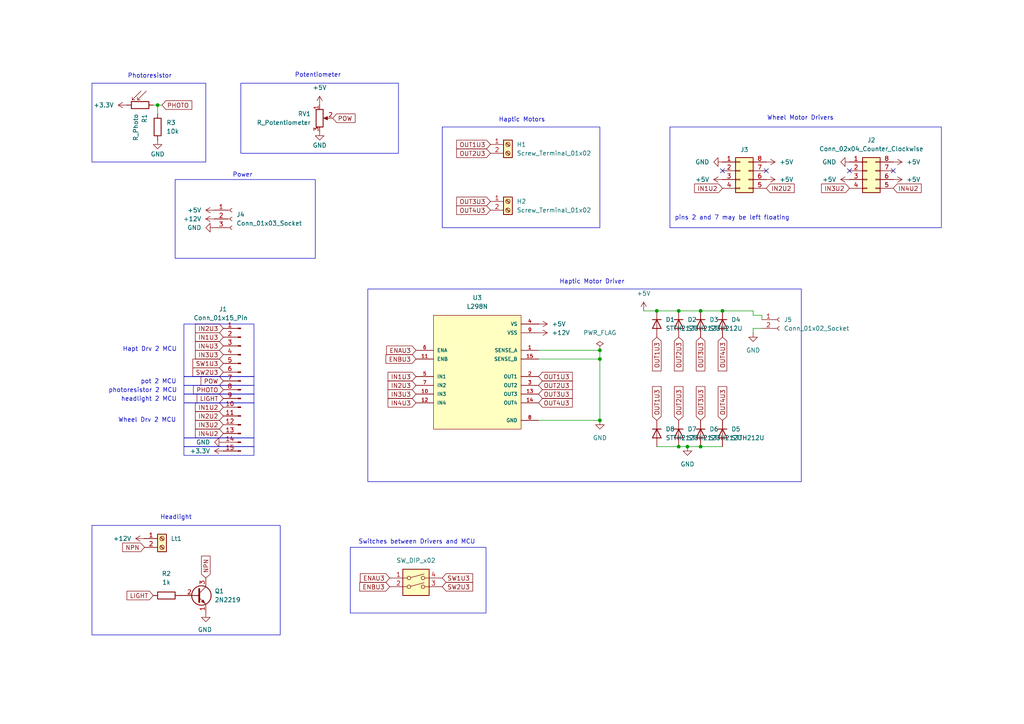
<source format=kicad_sch>
(kicad_sch
	(version 20231120)
	(generator "eeschema")
	(generator_version "8.0")
	(uuid "c08a8a39-fb3c-49dc-9739-0b79eee3fa6f")
	(paper "A4")
	(lib_symbols
		(symbol "Connector:Conn_01x02_Socket"
			(pin_names
				(offset 1.016) hide)
			(exclude_from_sim no)
			(in_bom yes)
			(on_board yes)
			(property "Reference" "J"
				(at 0 2.54 0)
				(effects
					(font
						(size 1.27 1.27)
					)
				)
			)
			(property "Value" "Conn_01x02_Socket"
				(at 0 -5.08 0)
				(effects
					(font
						(size 1.27 1.27)
					)
				)
			)
			(property "Footprint" ""
				(at 0 0 0)
				(effects
					(font
						(size 1.27 1.27)
					)
					(hide yes)
				)
			)
			(property "Datasheet" "~"
				(at 0 0 0)
				(effects
					(font
						(size 1.27 1.27)
					)
					(hide yes)
				)
			)
			(property "Description" "Generic connector, single row, 01x02, script generated"
				(at 0 0 0)
				(effects
					(font
						(size 1.27 1.27)
					)
					(hide yes)
				)
			)
			(property "ki_locked" ""
				(at 0 0 0)
				(effects
					(font
						(size 1.27 1.27)
					)
				)
			)
			(property "ki_keywords" "connector"
				(at 0 0 0)
				(effects
					(font
						(size 1.27 1.27)
					)
					(hide yes)
				)
			)
			(property "ki_fp_filters" "Connector*:*_1x??_*"
				(at 0 0 0)
				(effects
					(font
						(size 1.27 1.27)
					)
					(hide yes)
				)
			)
			(symbol "Conn_01x02_Socket_1_1"
				(arc
					(start 0 -2.032)
					(mid -0.5058 -2.54)
					(end 0 -3.048)
					(stroke
						(width 0.1524)
						(type default)
					)
					(fill
						(type none)
					)
				)
				(polyline
					(pts
						(xy -1.27 -2.54) (xy -0.508 -2.54)
					)
					(stroke
						(width 0.1524)
						(type default)
					)
					(fill
						(type none)
					)
				)
				(polyline
					(pts
						(xy -1.27 0) (xy -0.508 0)
					)
					(stroke
						(width 0.1524)
						(type default)
					)
					(fill
						(type none)
					)
				)
				(arc
					(start 0 0.508)
					(mid -0.5058 0)
					(end 0 -0.508)
					(stroke
						(width 0.1524)
						(type default)
					)
					(fill
						(type none)
					)
				)
				(pin passive line
					(at -5.08 0 0)
					(length 3.81)
					(name "Pin_1"
						(effects
							(font
								(size 1.27 1.27)
							)
						)
					)
					(number "1"
						(effects
							(font
								(size 1.27 1.27)
							)
						)
					)
				)
				(pin passive line
					(at -5.08 -2.54 0)
					(length 3.81)
					(name "Pin_2"
						(effects
							(font
								(size 1.27 1.27)
							)
						)
					)
					(number "2"
						(effects
							(font
								(size 1.27 1.27)
							)
						)
					)
				)
			)
		)
		(symbol "Connector:Conn_01x03_Socket"
			(pin_names
				(offset 1.016) hide)
			(exclude_from_sim no)
			(in_bom yes)
			(on_board yes)
			(property "Reference" "J"
				(at 0 5.08 0)
				(effects
					(font
						(size 1.27 1.27)
					)
				)
			)
			(property "Value" "Conn_01x03_Socket"
				(at 0 -5.08 0)
				(effects
					(font
						(size 1.27 1.27)
					)
				)
			)
			(property "Footprint" ""
				(at 0 0 0)
				(effects
					(font
						(size 1.27 1.27)
					)
					(hide yes)
				)
			)
			(property "Datasheet" "~"
				(at 0 0 0)
				(effects
					(font
						(size 1.27 1.27)
					)
					(hide yes)
				)
			)
			(property "Description" "Generic connector, single row, 01x03, script generated"
				(at 0 0 0)
				(effects
					(font
						(size 1.27 1.27)
					)
					(hide yes)
				)
			)
			(property "ki_locked" ""
				(at 0 0 0)
				(effects
					(font
						(size 1.27 1.27)
					)
				)
			)
			(property "ki_keywords" "connector"
				(at 0 0 0)
				(effects
					(font
						(size 1.27 1.27)
					)
					(hide yes)
				)
			)
			(property "ki_fp_filters" "Connector*:*_1x??_*"
				(at 0 0 0)
				(effects
					(font
						(size 1.27 1.27)
					)
					(hide yes)
				)
			)
			(symbol "Conn_01x03_Socket_1_1"
				(arc
					(start 0 -2.032)
					(mid -0.5058 -2.54)
					(end 0 -3.048)
					(stroke
						(width 0.1524)
						(type default)
					)
					(fill
						(type none)
					)
				)
				(polyline
					(pts
						(xy -1.27 -2.54) (xy -0.508 -2.54)
					)
					(stroke
						(width 0.1524)
						(type default)
					)
					(fill
						(type none)
					)
				)
				(polyline
					(pts
						(xy -1.27 0) (xy -0.508 0)
					)
					(stroke
						(width 0.1524)
						(type default)
					)
					(fill
						(type none)
					)
				)
				(polyline
					(pts
						(xy -1.27 2.54) (xy -0.508 2.54)
					)
					(stroke
						(width 0.1524)
						(type default)
					)
					(fill
						(type none)
					)
				)
				(arc
					(start 0 0.508)
					(mid -0.5058 0)
					(end 0 -0.508)
					(stroke
						(width 0.1524)
						(type default)
					)
					(fill
						(type none)
					)
				)
				(arc
					(start 0 3.048)
					(mid -0.5058 2.54)
					(end 0 2.032)
					(stroke
						(width 0.1524)
						(type default)
					)
					(fill
						(type none)
					)
				)
				(pin passive line
					(at -5.08 2.54 0)
					(length 3.81)
					(name "Pin_1"
						(effects
							(font
								(size 1.27 1.27)
							)
						)
					)
					(number "1"
						(effects
							(font
								(size 1.27 1.27)
							)
						)
					)
				)
				(pin passive line
					(at -5.08 0 0)
					(length 3.81)
					(name "Pin_2"
						(effects
							(font
								(size 1.27 1.27)
							)
						)
					)
					(number "2"
						(effects
							(font
								(size 1.27 1.27)
							)
						)
					)
				)
				(pin passive line
					(at -5.08 -2.54 0)
					(length 3.81)
					(name "Pin_3"
						(effects
							(font
								(size 1.27 1.27)
							)
						)
					)
					(number "3"
						(effects
							(font
								(size 1.27 1.27)
							)
						)
					)
				)
			)
		)
		(symbol "Connector:Conn_01x15_Pin"
			(pin_names
				(offset 1.016) hide)
			(exclude_from_sim no)
			(in_bom yes)
			(on_board yes)
			(property "Reference" "J"
				(at 0 20.32 0)
				(effects
					(font
						(size 1.27 1.27)
					)
				)
			)
			(property "Value" "Conn_01x15_Pin"
				(at 0 -20.32 0)
				(effects
					(font
						(size 1.27 1.27)
					)
				)
			)
			(property "Footprint" ""
				(at 0 0 0)
				(effects
					(font
						(size 1.27 1.27)
					)
					(hide yes)
				)
			)
			(property "Datasheet" "~"
				(at 0 0 0)
				(effects
					(font
						(size 1.27 1.27)
					)
					(hide yes)
				)
			)
			(property "Description" "Generic connector, single row, 01x15, script generated"
				(at 0 0 0)
				(effects
					(font
						(size 1.27 1.27)
					)
					(hide yes)
				)
			)
			(property "ki_locked" ""
				(at 0 0 0)
				(effects
					(font
						(size 1.27 1.27)
					)
				)
			)
			(property "ki_keywords" "connector"
				(at 0 0 0)
				(effects
					(font
						(size 1.27 1.27)
					)
					(hide yes)
				)
			)
			(property "ki_fp_filters" "Connector*:*_1x??_*"
				(at 0 0 0)
				(effects
					(font
						(size 1.27 1.27)
					)
					(hide yes)
				)
			)
			(symbol "Conn_01x15_Pin_1_1"
				(polyline
					(pts
						(xy 1.27 -17.78) (xy 0.8636 -17.78)
					)
					(stroke
						(width 0.1524)
						(type default)
					)
					(fill
						(type none)
					)
				)
				(polyline
					(pts
						(xy 1.27 -15.24) (xy 0.8636 -15.24)
					)
					(stroke
						(width 0.1524)
						(type default)
					)
					(fill
						(type none)
					)
				)
				(polyline
					(pts
						(xy 1.27 -12.7) (xy 0.8636 -12.7)
					)
					(stroke
						(width 0.1524)
						(type default)
					)
					(fill
						(type none)
					)
				)
				(polyline
					(pts
						(xy 1.27 -10.16) (xy 0.8636 -10.16)
					)
					(stroke
						(width 0.1524)
						(type default)
					)
					(fill
						(type none)
					)
				)
				(polyline
					(pts
						(xy 1.27 -7.62) (xy 0.8636 -7.62)
					)
					(stroke
						(width 0.1524)
						(type default)
					)
					(fill
						(type none)
					)
				)
				(polyline
					(pts
						(xy 1.27 -5.08) (xy 0.8636 -5.08)
					)
					(stroke
						(width 0.1524)
						(type default)
					)
					(fill
						(type none)
					)
				)
				(polyline
					(pts
						(xy 1.27 -2.54) (xy 0.8636 -2.54)
					)
					(stroke
						(width 0.1524)
						(type default)
					)
					(fill
						(type none)
					)
				)
				(polyline
					(pts
						(xy 1.27 0) (xy 0.8636 0)
					)
					(stroke
						(width 0.1524)
						(type default)
					)
					(fill
						(type none)
					)
				)
				(polyline
					(pts
						(xy 1.27 2.54) (xy 0.8636 2.54)
					)
					(stroke
						(width 0.1524)
						(type default)
					)
					(fill
						(type none)
					)
				)
				(polyline
					(pts
						(xy 1.27 5.08) (xy 0.8636 5.08)
					)
					(stroke
						(width 0.1524)
						(type default)
					)
					(fill
						(type none)
					)
				)
				(polyline
					(pts
						(xy 1.27 7.62) (xy 0.8636 7.62)
					)
					(stroke
						(width 0.1524)
						(type default)
					)
					(fill
						(type none)
					)
				)
				(polyline
					(pts
						(xy 1.27 10.16) (xy 0.8636 10.16)
					)
					(stroke
						(width 0.1524)
						(type default)
					)
					(fill
						(type none)
					)
				)
				(polyline
					(pts
						(xy 1.27 12.7) (xy 0.8636 12.7)
					)
					(stroke
						(width 0.1524)
						(type default)
					)
					(fill
						(type none)
					)
				)
				(polyline
					(pts
						(xy 1.27 15.24) (xy 0.8636 15.24)
					)
					(stroke
						(width 0.1524)
						(type default)
					)
					(fill
						(type none)
					)
				)
				(polyline
					(pts
						(xy 1.27 17.78) (xy 0.8636 17.78)
					)
					(stroke
						(width 0.1524)
						(type default)
					)
					(fill
						(type none)
					)
				)
				(rectangle
					(start 0.8636 -17.653)
					(end 0 -17.907)
					(stroke
						(width 0.1524)
						(type default)
					)
					(fill
						(type outline)
					)
				)
				(rectangle
					(start 0.8636 -15.113)
					(end 0 -15.367)
					(stroke
						(width 0.1524)
						(type default)
					)
					(fill
						(type outline)
					)
				)
				(rectangle
					(start 0.8636 -12.573)
					(end 0 -12.827)
					(stroke
						(width 0.1524)
						(type default)
					)
					(fill
						(type outline)
					)
				)
				(rectangle
					(start 0.8636 -10.033)
					(end 0 -10.287)
					(stroke
						(width 0.1524)
						(type default)
					)
					(fill
						(type outline)
					)
				)
				(rectangle
					(start 0.8636 -7.493)
					(end 0 -7.747)
					(stroke
						(width 0.1524)
						(type default)
					)
					(fill
						(type outline)
					)
				)
				(rectangle
					(start 0.8636 -4.953)
					(end 0 -5.207)
					(stroke
						(width 0.1524)
						(type default)
					)
					(fill
						(type outline)
					)
				)
				(rectangle
					(start 0.8636 -2.413)
					(end 0 -2.667)
					(stroke
						(width 0.1524)
						(type default)
					)
					(fill
						(type outline)
					)
				)
				(rectangle
					(start 0.8636 0.127)
					(end 0 -0.127)
					(stroke
						(width 0.1524)
						(type default)
					)
					(fill
						(type outline)
					)
				)
				(rectangle
					(start 0.8636 2.667)
					(end 0 2.413)
					(stroke
						(width 0.1524)
						(type default)
					)
					(fill
						(type outline)
					)
				)
				(rectangle
					(start 0.8636 5.207)
					(end 0 4.953)
					(stroke
						(width 0.1524)
						(type default)
					)
					(fill
						(type outline)
					)
				)
				(rectangle
					(start 0.8636 7.747)
					(end 0 7.493)
					(stroke
						(width 0.1524)
						(type default)
					)
					(fill
						(type outline)
					)
				)
				(rectangle
					(start 0.8636 10.287)
					(end 0 10.033)
					(stroke
						(width 0.1524)
						(type default)
					)
					(fill
						(type outline)
					)
				)
				(rectangle
					(start 0.8636 12.827)
					(end 0 12.573)
					(stroke
						(width 0.1524)
						(type default)
					)
					(fill
						(type outline)
					)
				)
				(rectangle
					(start 0.8636 15.367)
					(end 0 15.113)
					(stroke
						(width 0.1524)
						(type default)
					)
					(fill
						(type outline)
					)
				)
				(rectangle
					(start 0.8636 17.907)
					(end 0 17.653)
					(stroke
						(width 0.1524)
						(type default)
					)
					(fill
						(type outline)
					)
				)
				(pin passive line
					(at 5.08 17.78 180)
					(length 3.81)
					(name "Pin_1"
						(effects
							(font
								(size 1.27 1.27)
							)
						)
					)
					(number "1"
						(effects
							(font
								(size 1.27 1.27)
							)
						)
					)
				)
				(pin passive line
					(at 5.08 -5.08 180)
					(length 3.81)
					(name "Pin_10"
						(effects
							(font
								(size 1.27 1.27)
							)
						)
					)
					(number "10"
						(effects
							(font
								(size 1.27 1.27)
							)
						)
					)
				)
				(pin passive line
					(at 5.08 -7.62 180)
					(length 3.81)
					(name "Pin_11"
						(effects
							(font
								(size 1.27 1.27)
							)
						)
					)
					(number "11"
						(effects
							(font
								(size 1.27 1.27)
							)
						)
					)
				)
				(pin passive line
					(at 5.08 -10.16 180)
					(length 3.81)
					(name "Pin_12"
						(effects
							(font
								(size 1.27 1.27)
							)
						)
					)
					(number "12"
						(effects
							(font
								(size 1.27 1.27)
							)
						)
					)
				)
				(pin passive line
					(at 5.08 -12.7 180)
					(length 3.81)
					(name "Pin_13"
						(effects
							(font
								(size 1.27 1.27)
							)
						)
					)
					(number "13"
						(effects
							(font
								(size 1.27 1.27)
							)
						)
					)
				)
				(pin passive line
					(at 5.08 -15.24 180)
					(length 3.81)
					(name "Pin_14"
						(effects
							(font
								(size 1.27 1.27)
							)
						)
					)
					(number "14"
						(effects
							(font
								(size 1.27 1.27)
							)
						)
					)
				)
				(pin passive line
					(at 5.08 -17.78 180)
					(length 3.81)
					(name "Pin_15"
						(effects
							(font
								(size 1.27 1.27)
							)
						)
					)
					(number "15"
						(effects
							(font
								(size 1.27 1.27)
							)
						)
					)
				)
				(pin passive line
					(at 5.08 15.24 180)
					(length 3.81)
					(name "Pin_2"
						(effects
							(font
								(size 1.27 1.27)
							)
						)
					)
					(number "2"
						(effects
							(font
								(size 1.27 1.27)
							)
						)
					)
				)
				(pin passive line
					(at 5.08 12.7 180)
					(length 3.81)
					(name "Pin_3"
						(effects
							(font
								(size 1.27 1.27)
							)
						)
					)
					(number "3"
						(effects
							(font
								(size 1.27 1.27)
							)
						)
					)
				)
				(pin passive line
					(at 5.08 10.16 180)
					(length 3.81)
					(name "Pin_4"
						(effects
							(font
								(size 1.27 1.27)
							)
						)
					)
					(number "4"
						(effects
							(font
								(size 1.27 1.27)
							)
						)
					)
				)
				(pin passive line
					(at 5.08 7.62 180)
					(length 3.81)
					(name "Pin_5"
						(effects
							(font
								(size 1.27 1.27)
							)
						)
					)
					(number "5"
						(effects
							(font
								(size 1.27 1.27)
							)
						)
					)
				)
				(pin passive line
					(at 5.08 5.08 180)
					(length 3.81)
					(name "Pin_6"
						(effects
							(font
								(size 1.27 1.27)
							)
						)
					)
					(number "6"
						(effects
							(font
								(size 1.27 1.27)
							)
						)
					)
				)
				(pin passive line
					(at 5.08 2.54 180)
					(length 3.81)
					(name "Pin_7"
						(effects
							(font
								(size 1.27 1.27)
							)
						)
					)
					(number "7"
						(effects
							(font
								(size 1.27 1.27)
							)
						)
					)
				)
				(pin passive line
					(at 5.08 0 180)
					(length 3.81)
					(name "Pin_8"
						(effects
							(font
								(size 1.27 1.27)
							)
						)
					)
					(number "8"
						(effects
							(font
								(size 1.27 1.27)
							)
						)
					)
				)
				(pin passive line
					(at 5.08 -2.54 180)
					(length 3.81)
					(name "Pin_9"
						(effects
							(font
								(size 1.27 1.27)
							)
						)
					)
					(number "9"
						(effects
							(font
								(size 1.27 1.27)
							)
						)
					)
				)
			)
		)
		(symbol "Connector:Screw_Terminal_01x02"
			(pin_names
				(offset 1.016) hide)
			(exclude_from_sim no)
			(in_bom yes)
			(on_board yes)
			(property "Reference" "J"
				(at 0 2.54 0)
				(effects
					(font
						(size 1.27 1.27)
					)
				)
			)
			(property "Value" "Screw_Terminal_01x02"
				(at 0 -5.08 0)
				(effects
					(font
						(size 1.27 1.27)
					)
				)
			)
			(property "Footprint" ""
				(at 0 0 0)
				(effects
					(font
						(size 1.27 1.27)
					)
					(hide yes)
				)
			)
			(property "Datasheet" "~"
				(at 0 0 0)
				(effects
					(font
						(size 1.27 1.27)
					)
					(hide yes)
				)
			)
			(property "Description" "Generic screw terminal, single row, 01x02, script generated (kicad-library-utils/schlib/autogen/connector/)"
				(at 0 0 0)
				(effects
					(font
						(size 1.27 1.27)
					)
					(hide yes)
				)
			)
			(property "ki_keywords" "screw terminal"
				(at 0 0 0)
				(effects
					(font
						(size 1.27 1.27)
					)
					(hide yes)
				)
			)
			(property "ki_fp_filters" "TerminalBlock*:*"
				(at 0 0 0)
				(effects
					(font
						(size 1.27 1.27)
					)
					(hide yes)
				)
			)
			(symbol "Screw_Terminal_01x02_1_1"
				(rectangle
					(start -1.27 1.27)
					(end 1.27 -3.81)
					(stroke
						(width 0.254)
						(type default)
					)
					(fill
						(type background)
					)
				)
				(circle
					(center 0 -2.54)
					(radius 0.635)
					(stroke
						(width 0.1524)
						(type default)
					)
					(fill
						(type none)
					)
				)
				(polyline
					(pts
						(xy -0.5334 -2.2098) (xy 0.3302 -3.048)
					)
					(stroke
						(width 0.1524)
						(type default)
					)
					(fill
						(type none)
					)
				)
				(polyline
					(pts
						(xy -0.5334 0.3302) (xy 0.3302 -0.508)
					)
					(stroke
						(width 0.1524)
						(type default)
					)
					(fill
						(type none)
					)
				)
				(polyline
					(pts
						(xy -0.3556 -2.032) (xy 0.508 -2.8702)
					)
					(stroke
						(width 0.1524)
						(type default)
					)
					(fill
						(type none)
					)
				)
				(polyline
					(pts
						(xy -0.3556 0.508) (xy 0.508 -0.3302)
					)
					(stroke
						(width 0.1524)
						(type default)
					)
					(fill
						(type none)
					)
				)
				(circle
					(center 0 0)
					(radius 0.635)
					(stroke
						(width 0.1524)
						(type default)
					)
					(fill
						(type none)
					)
				)
				(pin passive line
					(at -5.08 0 0)
					(length 3.81)
					(name "Pin_1"
						(effects
							(font
								(size 1.27 1.27)
							)
						)
					)
					(number "1"
						(effects
							(font
								(size 1.27 1.27)
							)
						)
					)
				)
				(pin passive line
					(at -5.08 -2.54 0)
					(length 3.81)
					(name "Pin_2"
						(effects
							(font
								(size 1.27 1.27)
							)
						)
					)
					(number "2"
						(effects
							(font
								(size 1.27 1.27)
							)
						)
					)
				)
			)
		)
		(symbol "Connector_Generic:Conn_02x04_Counter_Clockwise"
			(pin_names
				(offset 1.016) hide)
			(exclude_from_sim no)
			(in_bom yes)
			(on_board yes)
			(property "Reference" "J"
				(at 1.27 5.08 0)
				(effects
					(font
						(size 1.27 1.27)
					)
				)
			)
			(property "Value" "Conn_02x04_Counter_Clockwise"
				(at 1.27 -7.62 0)
				(effects
					(font
						(size 1.27 1.27)
					)
				)
			)
			(property "Footprint" ""
				(at 0 0 0)
				(effects
					(font
						(size 1.27 1.27)
					)
					(hide yes)
				)
			)
			(property "Datasheet" "~"
				(at 0 0 0)
				(effects
					(font
						(size 1.27 1.27)
					)
					(hide yes)
				)
			)
			(property "Description" "Generic connector, double row, 02x04, counter clockwise pin numbering scheme (similar to DIP package numbering), script generated (kicad-library-utils/schlib/autogen/connector/)"
				(at 0 0 0)
				(effects
					(font
						(size 1.27 1.27)
					)
					(hide yes)
				)
			)
			(property "ki_keywords" "connector"
				(at 0 0 0)
				(effects
					(font
						(size 1.27 1.27)
					)
					(hide yes)
				)
			)
			(property "ki_fp_filters" "Connector*:*_2x??_*"
				(at 0 0 0)
				(effects
					(font
						(size 1.27 1.27)
					)
					(hide yes)
				)
			)
			(symbol "Conn_02x04_Counter_Clockwise_1_1"
				(rectangle
					(start -1.27 -4.953)
					(end 0 -5.207)
					(stroke
						(width 0.1524)
						(type default)
					)
					(fill
						(type none)
					)
				)
				(rectangle
					(start -1.27 -2.413)
					(end 0 -2.667)
					(stroke
						(width 0.1524)
						(type default)
					)
					(fill
						(type none)
					)
				)
				(rectangle
					(start -1.27 0.127)
					(end 0 -0.127)
					(stroke
						(width 0.1524)
						(type default)
					)
					(fill
						(type none)
					)
				)
				(rectangle
					(start -1.27 2.667)
					(end 0 2.413)
					(stroke
						(width 0.1524)
						(type default)
					)
					(fill
						(type none)
					)
				)
				(rectangle
					(start -1.27 3.81)
					(end 3.81 -6.35)
					(stroke
						(width 0.254)
						(type default)
					)
					(fill
						(type background)
					)
				)
				(rectangle
					(start 3.81 -4.953)
					(end 2.54 -5.207)
					(stroke
						(width 0.1524)
						(type default)
					)
					(fill
						(type none)
					)
				)
				(rectangle
					(start 3.81 -2.413)
					(end 2.54 -2.667)
					(stroke
						(width 0.1524)
						(type default)
					)
					(fill
						(type none)
					)
				)
				(rectangle
					(start 3.81 0.127)
					(end 2.54 -0.127)
					(stroke
						(width 0.1524)
						(type default)
					)
					(fill
						(type none)
					)
				)
				(rectangle
					(start 3.81 2.667)
					(end 2.54 2.413)
					(stroke
						(width 0.1524)
						(type default)
					)
					(fill
						(type none)
					)
				)
				(pin passive line
					(at -5.08 2.54 0)
					(length 3.81)
					(name "Pin_1"
						(effects
							(font
								(size 1.27 1.27)
							)
						)
					)
					(number "1"
						(effects
							(font
								(size 1.27 1.27)
							)
						)
					)
				)
				(pin passive line
					(at -5.08 0 0)
					(length 3.81)
					(name "Pin_2"
						(effects
							(font
								(size 1.27 1.27)
							)
						)
					)
					(number "2"
						(effects
							(font
								(size 1.27 1.27)
							)
						)
					)
				)
				(pin passive line
					(at -5.08 -2.54 0)
					(length 3.81)
					(name "Pin_3"
						(effects
							(font
								(size 1.27 1.27)
							)
						)
					)
					(number "3"
						(effects
							(font
								(size 1.27 1.27)
							)
						)
					)
				)
				(pin passive line
					(at -5.08 -5.08 0)
					(length 3.81)
					(name "Pin_4"
						(effects
							(font
								(size 1.27 1.27)
							)
						)
					)
					(number "4"
						(effects
							(font
								(size 1.27 1.27)
							)
						)
					)
				)
				(pin passive line
					(at 7.62 -5.08 180)
					(length 3.81)
					(name "Pin_5"
						(effects
							(font
								(size 1.27 1.27)
							)
						)
					)
					(number "5"
						(effects
							(font
								(size 1.27 1.27)
							)
						)
					)
				)
				(pin passive line
					(at 7.62 -2.54 180)
					(length 3.81)
					(name "Pin_6"
						(effects
							(font
								(size 1.27 1.27)
							)
						)
					)
					(number "6"
						(effects
							(font
								(size 1.27 1.27)
							)
						)
					)
				)
				(pin passive line
					(at 7.62 0 180)
					(length 3.81)
					(name "Pin_7"
						(effects
							(font
								(size 1.27 1.27)
							)
						)
					)
					(number "7"
						(effects
							(font
								(size 1.27 1.27)
							)
						)
					)
				)
				(pin passive line
					(at 7.62 2.54 180)
					(length 3.81)
					(name "Pin_8"
						(effects
							(font
								(size 1.27 1.27)
							)
						)
					)
					(number "8"
						(effects
							(font
								(size 1.27 1.27)
							)
						)
					)
				)
			)
		)
		(symbol "Device:R"
			(pin_numbers hide)
			(pin_names
				(offset 0)
			)
			(exclude_from_sim no)
			(in_bom yes)
			(on_board yes)
			(property "Reference" "R"
				(at 2.032 0 90)
				(effects
					(font
						(size 1.27 1.27)
					)
				)
			)
			(property "Value" "R"
				(at 0 0 90)
				(effects
					(font
						(size 1.27 1.27)
					)
				)
			)
			(property "Footprint" ""
				(at -1.778 0 90)
				(effects
					(font
						(size 1.27 1.27)
					)
					(hide yes)
				)
			)
			(property "Datasheet" "~"
				(at 0 0 0)
				(effects
					(font
						(size 1.27 1.27)
					)
					(hide yes)
				)
			)
			(property "Description" "Resistor"
				(at 0 0 0)
				(effects
					(font
						(size 1.27 1.27)
					)
					(hide yes)
				)
			)
			(property "ki_keywords" "R res resistor"
				(at 0 0 0)
				(effects
					(font
						(size 1.27 1.27)
					)
					(hide yes)
				)
			)
			(property "ki_fp_filters" "R_*"
				(at 0 0 0)
				(effects
					(font
						(size 1.27 1.27)
					)
					(hide yes)
				)
			)
			(symbol "R_0_1"
				(rectangle
					(start -1.016 -2.54)
					(end 1.016 2.54)
					(stroke
						(width 0.254)
						(type default)
					)
					(fill
						(type none)
					)
				)
			)
			(symbol "R_1_1"
				(pin passive line
					(at 0 3.81 270)
					(length 1.27)
					(name "~"
						(effects
							(font
								(size 1.27 1.27)
							)
						)
					)
					(number "1"
						(effects
							(font
								(size 1.27 1.27)
							)
						)
					)
				)
				(pin passive line
					(at 0 -3.81 90)
					(length 1.27)
					(name "~"
						(effects
							(font
								(size 1.27 1.27)
							)
						)
					)
					(number "2"
						(effects
							(font
								(size 1.27 1.27)
							)
						)
					)
				)
			)
		)
		(symbol "Device:R_Photo"
			(pin_numbers hide)
			(pin_names
				(offset 0)
			)
			(exclude_from_sim no)
			(in_bom yes)
			(on_board yes)
			(property "Reference" "R"
				(at 1.27 1.27 0)
				(effects
					(font
						(size 1.27 1.27)
					)
					(justify left)
				)
			)
			(property "Value" "R_Photo"
				(at 1.27 0 0)
				(effects
					(font
						(size 1.27 1.27)
					)
					(justify left top)
				)
			)
			(property "Footprint" ""
				(at 1.27 -6.35 90)
				(effects
					(font
						(size 1.27 1.27)
					)
					(justify left)
					(hide yes)
				)
			)
			(property "Datasheet" "~"
				(at 0 -1.27 0)
				(effects
					(font
						(size 1.27 1.27)
					)
					(hide yes)
				)
			)
			(property "Description" "Photoresistor"
				(at 0 0 0)
				(effects
					(font
						(size 1.27 1.27)
					)
					(hide yes)
				)
			)
			(property "ki_keywords" "resistor variable light sensitive opto LDR"
				(at 0 0 0)
				(effects
					(font
						(size 1.27 1.27)
					)
					(hide yes)
				)
			)
			(property "ki_fp_filters" "*LDR* R?LDR*"
				(at 0 0 0)
				(effects
					(font
						(size 1.27 1.27)
					)
					(hide yes)
				)
			)
			(symbol "R_Photo_0_1"
				(rectangle
					(start -1.016 2.54)
					(end 1.016 -2.54)
					(stroke
						(width 0.254)
						(type default)
					)
					(fill
						(type none)
					)
				)
				(polyline
					(pts
						(xy -1.524 -2.286) (xy -4.064 0.254)
					)
					(stroke
						(width 0)
						(type default)
					)
					(fill
						(type none)
					)
				)
				(polyline
					(pts
						(xy -1.524 -2.286) (xy -2.286 -2.286)
					)
					(stroke
						(width 0)
						(type default)
					)
					(fill
						(type none)
					)
				)
				(polyline
					(pts
						(xy -1.524 -2.286) (xy -1.524 -1.524)
					)
					(stroke
						(width 0)
						(type default)
					)
					(fill
						(type none)
					)
				)
				(polyline
					(pts
						(xy -1.524 -0.762) (xy -4.064 1.778)
					)
					(stroke
						(width 0)
						(type default)
					)
					(fill
						(type none)
					)
				)
				(polyline
					(pts
						(xy -1.524 -0.762) (xy -2.286 -0.762)
					)
					(stroke
						(width 0)
						(type default)
					)
					(fill
						(type none)
					)
				)
				(polyline
					(pts
						(xy -1.524 -0.762) (xy -1.524 0)
					)
					(stroke
						(width 0)
						(type default)
					)
					(fill
						(type none)
					)
				)
			)
			(symbol "R_Photo_1_1"
				(pin passive line
					(at 0 3.81 270)
					(length 1.27)
					(name "~"
						(effects
							(font
								(size 1.27 1.27)
							)
						)
					)
					(number "1"
						(effects
							(font
								(size 1.27 1.27)
							)
						)
					)
				)
				(pin passive line
					(at 0 -3.81 90)
					(length 1.27)
					(name "~"
						(effects
							(font
								(size 1.27 1.27)
							)
						)
					)
					(number "2"
						(effects
							(font
								(size 1.27 1.27)
							)
						)
					)
				)
			)
		)
		(symbol "Device:R_Potentiometer"
			(pin_names
				(offset 1.016) hide)
			(exclude_from_sim no)
			(in_bom yes)
			(on_board yes)
			(property "Reference" "RV"
				(at -4.445 0 90)
				(effects
					(font
						(size 1.27 1.27)
					)
				)
			)
			(property "Value" "R_Potentiometer"
				(at -2.54 0 90)
				(effects
					(font
						(size 1.27 1.27)
					)
				)
			)
			(property "Footprint" ""
				(at 0 0 0)
				(effects
					(font
						(size 1.27 1.27)
					)
					(hide yes)
				)
			)
			(property "Datasheet" "~"
				(at 0 0 0)
				(effects
					(font
						(size 1.27 1.27)
					)
					(hide yes)
				)
			)
			(property "Description" "Potentiometer"
				(at 0 0 0)
				(effects
					(font
						(size 1.27 1.27)
					)
					(hide yes)
				)
			)
			(property "ki_keywords" "resistor variable"
				(at 0 0 0)
				(effects
					(font
						(size 1.27 1.27)
					)
					(hide yes)
				)
			)
			(property "ki_fp_filters" "Potentiometer*"
				(at 0 0 0)
				(effects
					(font
						(size 1.27 1.27)
					)
					(hide yes)
				)
			)
			(symbol "R_Potentiometer_0_1"
				(polyline
					(pts
						(xy 2.54 0) (xy 1.524 0)
					)
					(stroke
						(width 0)
						(type default)
					)
					(fill
						(type none)
					)
				)
				(polyline
					(pts
						(xy 1.143 0) (xy 2.286 0.508) (xy 2.286 -0.508) (xy 1.143 0)
					)
					(stroke
						(width 0)
						(type default)
					)
					(fill
						(type outline)
					)
				)
				(rectangle
					(start 1.016 2.54)
					(end -1.016 -2.54)
					(stroke
						(width 0.254)
						(type default)
					)
					(fill
						(type none)
					)
				)
			)
			(symbol "R_Potentiometer_1_1"
				(pin passive line
					(at 0 3.81 270)
					(length 1.27)
					(name "1"
						(effects
							(font
								(size 1.27 1.27)
							)
						)
					)
					(number "1"
						(effects
							(font
								(size 1.27 1.27)
							)
						)
					)
				)
				(pin passive line
					(at 3.81 0 180)
					(length 1.27)
					(name "2"
						(effects
							(font
								(size 1.27 1.27)
							)
						)
					)
					(number "2"
						(effects
							(font
								(size 1.27 1.27)
							)
						)
					)
				)
				(pin passive line
					(at 0 -3.81 90)
					(length 1.27)
					(name "3"
						(effects
							(font
								(size 1.27 1.27)
							)
						)
					)
					(number "3"
						(effects
							(font
								(size 1.27 1.27)
							)
						)
					)
				)
			)
		)
		(symbol "Diode:STTH212U"
			(pin_numbers hide)
			(pin_names hide)
			(exclude_from_sim no)
			(in_bom yes)
			(on_board yes)
			(property "Reference" "D"
				(at 0 2.54 0)
				(effects
					(font
						(size 1.27 1.27)
					)
				)
			)
			(property "Value" "STTH212U"
				(at 0 -2.54 0)
				(effects
					(font
						(size 1.27 1.27)
					)
				)
			)
			(property "Footprint" "Diode_SMD:D_SMB"
				(at 0 -4.445 0)
				(effects
					(font
						(size 1.27 1.27)
					)
					(hide yes)
				)
			)
			(property "Datasheet" "https://www.st.com/resource/en/datasheet/stth212.pdf"
				(at 0 0 0)
				(effects
					(font
						(size 1.27 1.27)
					)
					(hide yes)
				)
			)
			(property "Description" "1200V 2A High Voltage Ultrafast Diode, SMB"
				(at 0 0 0)
				(effects
					(font
						(size 1.27 1.27)
					)
					(hide yes)
				)
			)
			(property "Sim.Device" "D"
				(at 0 0 0)
				(effects
					(font
						(size 1.27 1.27)
					)
					(hide yes)
				)
			)
			(property "Sim.Pins" "1=K 2=A"
				(at 0 0 0)
				(effects
					(font
						(size 1.27 1.27)
					)
					(hide yes)
				)
			)
			(property "ki_keywords" "diode"
				(at 0 0 0)
				(effects
					(font
						(size 1.27 1.27)
					)
					(hide yes)
				)
			)
			(property "ki_fp_filters" "*D?SMB*"
				(at 0 0 0)
				(effects
					(font
						(size 1.27 1.27)
					)
					(hide yes)
				)
			)
			(symbol "STTH212U_0_1"
				(polyline
					(pts
						(xy -1.27 1.27) (xy -1.27 -1.27)
					)
					(stroke
						(width 0.254)
						(type default)
					)
					(fill
						(type none)
					)
				)
				(polyline
					(pts
						(xy 1.27 0) (xy -1.27 0)
					)
					(stroke
						(width 0)
						(type default)
					)
					(fill
						(type none)
					)
				)
				(polyline
					(pts
						(xy 1.27 1.27) (xy 1.27 -1.27) (xy -1.27 0) (xy 1.27 1.27)
					)
					(stroke
						(width 0.254)
						(type default)
					)
					(fill
						(type none)
					)
				)
			)
			(symbol "STTH212U_1_1"
				(pin passive line
					(at -3.81 0 0)
					(length 2.54)
					(name "K"
						(effects
							(font
								(size 1.27 1.27)
							)
						)
					)
					(number "1"
						(effects
							(font
								(size 1.27 1.27)
							)
						)
					)
				)
				(pin passive line
					(at 3.81 0 180)
					(length 2.54)
					(name "A"
						(effects
							(font
								(size 1.27 1.27)
							)
						)
					)
					(number "2"
						(effects
							(font
								(size 1.27 1.27)
							)
						)
					)
				)
			)
		)
		(symbol "L298N_Motor_Driver:L298N"
			(pin_names
				(offset 1.016)
			)
			(exclude_from_sim no)
			(in_bom yes)
			(on_board yes)
			(property "Reference" "U"
				(at -12.7 20.32 0)
				(effects
					(font
						(size 1.27 1.27)
					)
					(justify left bottom)
				)
			)
			(property "Value" "L298N"
				(at -12.7 -20.32 0)
				(effects
					(font
						(size 1.27 1.27)
					)
					(justify left bottom)
				)
			)
			(property "Footprint" "L298N:TO127P2020X500X2100-15"
				(at 0 0 0)
				(effects
					(font
						(size 1.27 1.27)
					)
					(justify bottom)
					(hide yes)
				)
			)
			(property "Datasheet" ""
				(at 0 0 0)
				(effects
					(font
						(size 1.27 1.27)
					)
					(hide yes)
				)
			)
			(property "Description" ""
				(at 0 0 0)
				(effects
					(font
						(size 1.27 1.27)
					)
					(hide yes)
				)
			)
			(property "PARTREV" ""
				(at 0 0 0)
				(effects
					(font
						(size 1.27 1.27)
					)
					(justify bottom)
					(hide yes)
				)
			)
			(property "STANDARD" "IPC-7351B"
				(at 0 0 0)
				(effects
					(font
						(size 1.27 1.27)
					)
					(justify bottom)
					(hide yes)
				)
			)
			(property "MAXIMUM_PACKAGE_HEIGHT" "5.0mm"
				(at 0 0 0)
				(effects
					(font
						(size 1.27 1.27)
					)
					(justify bottom)
					(hide yes)
				)
			)
			(property "MANUFACTURER" "STMicroelectronics"
				(at 0 0 0)
				(effects
					(font
						(size 1.27 1.27)
					)
					(justify bottom)
					(hide yes)
				)
			)
			(symbol "L298N_0_0"
				(rectangle
					(start -12.7 -15.24)
					(end 12.7 17.78)
					(stroke
						(width 0.1524)
						(type default)
					)
					(fill
						(type background)
					)
				)
				(pin passive line
					(at 17.78 7.62 180)
					(length 5.08)
					(name "SENSE_A"
						(effects
							(font
								(size 1.016 1.016)
							)
						)
					)
					(number "1"
						(effects
							(font
								(size 1.016 1.016)
							)
						)
					)
				)
				(pin input line
					(at -17.78 -5.08 0)
					(length 5.08)
					(name "IN3"
						(effects
							(font
								(size 1.016 1.016)
							)
						)
					)
					(number "10"
						(effects
							(font
								(size 1.016 1.016)
							)
						)
					)
				)
				(pin input line
					(at -17.78 5.08 0)
					(length 5.08)
					(name "ENB"
						(effects
							(font
								(size 1.016 1.016)
							)
						)
					)
					(number "11"
						(effects
							(font
								(size 1.016 1.016)
							)
						)
					)
				)
				(pin input line
					(at -17.78 -7.62 0)
					(length 5.08)
					(name "IN4"
						(effects
							(font
								(size 1.016 1.016)
							)
						)
					)
					(number "12"
						(effects
							(font
								(size 1.016 1.016)
							)
						)
					)
				)
				(pin output line
					(at 17.78 -5.08 180)
					(length 5.08)
					(name "OUT3"
						(effects
							(font
								(size 1.016 1.016)
							)
						)
					)
					(number "13"
						(effects
							(font
								(size 1.016 1.016)
							)
						)
					)
				)
				(pin output line
					(at 17.78 -7.62 180)
					(length 5.08)
					(name "OUT4"
						(effects
							(font
								(size 1.016 1.016)
							)
						)
					)
					(number "14"
						(effects
							(font
								(size 1.016 1.016)
							)
						)
					)
				)
				(pin passive line
					(at 17.78 5.08 180)
					(length 5.08)
					(name "SENSE_B"
						(effects
							(font
								(size 1.016 1.016)
							)
						)
					)
					(number "15"
						(effects
							(font
								(size 1.016 1.016)
							)
						)
					)
				)
				(pin output line
					(at 17.78 0 180)
					(length 5.08)
					(name "OUT1"
						(effects
							(font
								(size 1.016 1.016)
							)
						)
					)
					(number "2"
						(effects
							(font
								(size 1.016 1.016)
							)
						)
					)
				)
				(pin output line
					(at 17.78 -2.54 180)
					(length 5.08)
					(name "OUT2"
						(effects
							(font
								(size 1.016 1.016)
							)
						)
					)
					(number "3"
						(effects
							(font
								(size 1.016 1.016)
							)
						)
					)
				)
				(pin power_in line
					(at 17.78 15.24 180)
					(length 5.08)
					(name "VS"
						(effects
							(font
								(size 1.016 1.016)
							)
						)
					)
					(number "4"
						(effects
							(font
								(size 1.016 1.016)
							)
						)
					)
				)
				(pin input line
					(at -17.78 0 0)
					(length 5.08)
					(name "IN1"
						(effects
							(font
								(size 1.016 1.016)
							)
						)
					)
					(number "5"
						(effects
							(font
								(size 1.016 1.016)
							)
						)
					)
				)
				(pin input line
					(at -17.78 7.62 0)
					(length 5.08)
					(name "ENA"
						(effects
							(font
								(size 1.016 1.016)
							)
						)
					)
					(number "6"
						(effects
							(font
								(size 1.016 1.016)
							)
						)
					)
				)
				(pin input line
					(at -17.78 -2.54 0)
					(length 5.08)
					(name "IN2"
						(effects
							(font
								(size 1.016 1.016)
							)
						)
					)
					(number "7"
						(effects
							(font
								(size 1.016 1.016)
							)
						)
					)
				)
				(pin power_in line
					(at 17.78 -12.7 180)
					(length 5.08)
					(name "GND"
						(effects
							(font
								(size 1.016 1.016)
							)
						)
					)
					(number "8"
						(effects
							(font
								(size 1.016 1.016)
							)
						)
					)
				)
				(pin input line
					(at 17.78 12.7 180)
					(length 5.08)
					(name "VSS"
						(effects
							(font
								(size 1.016 1.016)
							)
						)
					)
					(number "9"
						(effects
							(font
								(size 1.016 1.016)
							)
						)
					)
				)
			)
		)
		(symbol "Switch:SW_DIP_x02"
			(pin_names
				(offset 0) hide)
			(exclude_from_sim no)
			(in_bom yes)
			(on_board yes)
			(property "Reference" "SW"
				(at 0 6.35 0)
				(effects
					(font
						(size 1.27 1.27)
					)
				)
			)
			(property "Value" "SW_DIP_x02"
				(at 0 -3.81 0)
				(effects
					(font
						(size 1.27 1.27)
					)
				)
			)
			(property "Footprint" ""
				(at 0 0 0)
				(effects
					(font
						(size 1.27 1.27)
					)
					(hide yes)
				)
			)
			(property "Datasheet" "~"
				(at 0 0 0)
				(effects
					(font
						(size 1.27 1.27)
					)
					(hide yes)
				)
			)
			(property "Description" "2x DIP Switch, Single Pole Single Throw (SPST) switch, small symbol"
				(at 0 0 0)
				(effects
					(font
						(size 1.27 1.27)
					)
					(hide yes)
				)
			)
			(property "ki_keywords" "dip switch"
				(at 0 0 0)
				(effects
					(font
						(size 1.27 1.27)
					)
					(hide yes)
				)
			)
			(property "ki_fp_filters" "SW?DIP?x2*"
				(at 0 0 0)
				(effects
					(font
						(size 1.27 1.27)
					)
					(hide yes)
				)
			)
			(symbol "SW_DIP_x02_0_0"
				(circle
					(center -2.032 0)
					(radius 0.508)
					(stroke
						(width 0)
						(type default)
					)
					(fill
						(type none)
					)
				)
				(circle
					(center -2.032 2.54)
					(radius 0.508)
					(stroke
						(width 0)
						(type default)
					)
					(fill
						(type none)
					)
				)
				(polyline
					(pts
						(xy -1.524 0.127) (xy 2.3622 1.1684)
					)
					(stroke
						(width 0)
						(type default)
					)
					(fill
						(type none)
					)
				)
				(polyline
					(pts
						(xy -1.524 2.667) (xy 2.3622 3.7084)
					)
					(stroke
						(width 0)
						(type default)
					)
					(fill
						(type none)
					)
				)
				(circle
					(center 2.032 0)
					(radius 0.508)
					(stroke
						(width 0)
						(type default)
					)
					(fill
						(type none)
					)
				)
				(circle
					(center 2.032 2.54)
					(radius 0.508)
					(stroke
						(width 0)
						(type default)
					)
					(fill
						(type none)
					)
				)
			)
			(symbol "SW_DIP_x02_0_1"
				(rectangle
					(start -3.81 5.08)
					(end 3.81 -2.54)
					(stroke
						(width 0.254)
						(type default)
					)
					(fill
						(type background)
					)
				)
			)
			(symbol "SW_DIP_x02_1_1"
				(pin passive line
					(at -7.62 2.54 0)
					(length 5.08)
					(name "~"
						(effects
							(font
								(size 1.27 1.27)
							)
						)
					)
					(number "1"
						(effects
							(font
								(size 1.27 1.27)
							)
						)
					)
				)
				(pin passive line
					(at -7.62 0 0)
					(length 5.08)
					(name "~"
						(effects
							(font
								(size 1.27 1.27)
							)
						)
					)
					(number "2"
						(effects
							(font
								(size 1.27 1.27)
							)
						)
					)
				)
				(pin passive line
					(at 7.62 0 180)
					(length 5.08)
					(name "~"
						(effects
							(font
								(size 1.27 1.27)
							)
						)
					)
					(number "3"
						(effects
							(font
								(size 1.27 1.27)
							)
						)
					)
				)
				(pin passive line
					(at 7.62 2.54 180)
					(length 5.08)
					(name "~"
						(effects
							(font
								(size 1.27 1.27)
							)
						)
					)
					(number "4"
						(effects
							(font
								(size 1.27 1.27)
							)
						)
					)
				)
			)
		)
		(symbol "Transistor_BJT:2N2219"
			(pin_names
				(offset 0) hide)
			(exclude_from_sim no)
			(in_bom yes)
			(on_board yes)
			(property "Reference" "Q"
				(at 5.08 1.905 0)
				(effects
					(font
						(size 1.27 1.27)
					)
					(justify left)
				)
			)
			(property "Value" "2N2219"
				(at 5.08 0 0)
				(effects
					(font
						(size 1.27 1.27)
					)
					(justify left)
				)
			)
			(property "Footprint" "Package_TO_SOT_THT:TO-39-3"
				(at 5.08 -1.905 0)
				(effects
					(font
						(size 1.27 1.27)
						(italic yes)
					)
					(justify left)
					(hide yes)
				)
			)
			(property "Datasheet" "http://www.onsemi.com/pub_link/Collateral/2N2219-D.PDF"
				(at 0 0 0)
				(effects
					(font
						(size 1.27 1.27)
					)
					(justify left)
					(hide yes)
				)
			)
			(property "Description" "800mA Ic, 50V Vce, NPN Transistor, TO-39"
				(at 0 0 0)
				(effects
					(font
						(size 1.27 1.27)
					)
					(hide yes)
				)
			)
			(property "ki_keywords" "NPN Transistor"
				(at 0 0 0)
				(effects
					(font
						(size 1.27 1.27)
					)
					(hide yes)
				)
			)
			(property "ki_fp_filters" "TO?39*"
				(at 0 0 0)
				(effects
					(font
						(size 1.27 1.27)
					)
					(hide yes)
				)
			)
			(symbol "2N2219_0_1"
				(polyline
					(pts
						(xy 0.635 0.635) (xy 2.54 2.54)
					)
					(stroke
						(width 0)
						(type default)
					)
					(fill
						(type none)
					)
				)
				(polyline
					(pts
						(xy 0.635 -0.635) (xy 2.54 -2.54) (xy 2.54 -2.54)
					)
					(stroke
						(width 0)
						(type default)
					)
					(fill
						(type none)
					)
				)
				(polyline
					(pts
						(xy 0.635 1.905) (xy 0.635 -1.905) (xy 0.635 -1.905)
					)
					(stroke
						(width 0.508)
						(type default)
					)
					(fill
						(type none)
					)
				)
				(polyline
					(pts
						(xy 1.27 -1.778) (xy 1.778 -1.27) (xy 2.286 -2.286) (xy 1.27 -1.778) (xy 1.27 -1.778)
					)
					(stroke
						(width 0)
						(type default)
					)
					(fill
						(type outline)
					)
				)
				(circle
					(center 1.27 0)
					(radius 2.8194)
					(stroke
						(width 0.254)
						(type default)
					)
					(fill
						(type none)
					)
				)
			)
			(symbol "2N2219_1_1"
				(pin passive line
					(at 2.54 -5.08 90)
					(length 2.54)
					(name "E"
						(effects
							(font
								(size 1.27 1.27)
							)
						)
					)
					(number "1"
						(effects
							(font
								(size 1.27 1.27)
							)
						)
					)
				)
				(pin passive line
					(at -5.08 0 0)
					(length 5.715)
					(name "B"
						(effects
							(font
								(size 1.27 1.27)
							)
						)
					)
					(number "2"
						(effects
							(font
								(size 1.27 1.27)
							)
						)
					)
				)
				(pin passive line
					(at 2.54 5.08 270)
					(length 2.54)
					(name "C"
						(effects
							(font
								(size 1.27 1.27)
							)
						)
					)
					(number "3"
						(effects
							(font
								(size 1.27 1.27)
							)
						)
					)
				)
			)
		)
		(symbol "power:+12V"
			(power)
			(pin_numbers hide)
			(pin_names
				(offset 0) hide)
			(exclude_from_sim no)
			(in_bom yes)
			(on_board yes)
			(property "Reference" "#PWR"
				(at 0 -3.81 0)
				(effects
					(font
						(size 1.27 1.27)
					)
					(hide yes)
				)
			)
			(property "Value" "+12V"
				(at 0 3.556 0)
				(effects
					(font
						(size 1.27 1.27)
					)
				)
			)
			(property "Footprint" ""
				(at 0 0 0)
				(effects
					(font
						(size 1.27 1.27)
					)
					(hide yes)
				)
			)
			(property "Datasheet" ""
				(at 0 0 0)
				(effects
					(font
						(size 1.27 1.27)
					)
					(hide yes)
				)
			)
			(property "Description" "Power symbol creates a global label with name \"+12V\""
				(at 0 0 0)
				(effects
					(font
						(size 1.27 1.27)
					)
					(hide yes)
				)
			)
			(property "ki_keywords" "global power"
				(at 0 0 0)
				(effects
					(font
						(size 1.27 1.27)
					)
					(hide yes)
				)
			)
			(symbol "+12V_0_1"
				(polyline
					(pts
						(xy -0.762 1.27) (xy 0 2.54)
					)
					(stroke
						(width 0)
						(type default)
					)
					(fill
						(type none)
					)
				)
				(polyline
					(pts
						(xy 0 0) (xy 0 2.54)
					)
					(stroke
						(width 0)
						(type default)
					)
					(fill
						(type none)
					)
				)
				(polyline
					(pts
						(xy 0 2.54) (xy 0.762 1.27)
					)
					(stroke
						(width 0)
						(type default)
					)
					(fill
						(type none)
					)
				)
			)
			(symbol "+12V_1_1"
				(pin power_in line
					(at 0 0 90)
					(length 0)
					(name "~"
						(effects
							(font
								(size 1.27 1.27)
							)
						)
					)
					(number "1"
						(effects
							(font
								(size 1.27 1.27)
							)
						)
					)
				)
			)
		)
		(symbol "power:+3.3V"
			(power)
			(pin_numbers hide)
			(pin_names
				(offset 0) hide)
			(exclude_from_sim no)
			(in_bom yes)
			(on_board yes)
			(property "Reference" "#PWR"
				(at 0 -3.81 0)
				(effects
					(font
						(size 1.27 1.27)
					)
					(hide yes)
				)
			)
			(property "Value" "+3.3V"
				(at 0 3.556 0)
				(effects
					(font
						(size 1.27 1.27)
					)
				)
			)
			(property "Footprint" ""
				(at 0 0 0)
				(effects
					(font
						(size 1.27 1.27)
					)
					(hide yes)
				)
			)
			(property "Datasheet" ""
				(at 0 0 0)
				(effects
					(font
						(size 1.27 1.27)
					)
					(hide yes)
				)
			)
			(property "Description" "Power symbol creates a global label with name \"+3.3V\""
				(at 0 0 0)
				(effects
					(font
						(size 1.27 1.27)
					)
					(hide yes)
				)
			)
			(property "ki_keywords" "global power"
				(at 0 0 0)
				(effects
					(font
						(size 1.27 1.27)
					)
					(hide yes)
				)
			)
			(symbol "+3.3V_0_1"
				(polyline
					(pts
						(xy -0.762 1.27) (xy 0 2.54)
					)
					(stroke
						(width 0)
						(type default)
					)
					(fill
						(type none)
					)
				)
				(polyline
					(pts
						(xy 0 0) (xy 0 2.54)
					)
					(stroke
						(width 0)
						(type default)
					)
					(fill
						(type none)
					)
				)
				(polyline
					(pts
						(xy 0 2.54) (xy 0.762 1.27)
					)
					(stroke
						(width 0)
						(type default)
					)
					(fill
						(type none)
					)
				)
			)
			(symbol "+3.3V_1_1"
				(pin power_in line
					(at 0 0 90)
					(length 0)
					(name "~"
						(effects
							(font
								(size 1.27 1.27)
							)
						)
					)
					(number "1"
						(effects
							(font
								(size 1.27 1.27)
							)
						)
					)
				)
			)
		)
		(symbol "power:+5V"
			(power)
			(pin_numbers hide)
			(pin_names
				(offset 0) hide)
			(exclude_from_sim no)
			(in_bom yes)
			(on_board yes)
			(property "Reference" "#PWR"
				(at 0 -3.81 0)
				(effects
					(font
						(size 1.27 1.27)
					)
					(hide yes)
				)
			)
			(property "Value" "+5V"
				(at 0 3.556 0)
				(effects
					(font
						(size 1.27 1.27)
					)
				)
			)
			(property "Footprint" ""
				(at 0 0 0)
				(effects
					(font
						(size 1.27 1.27)
					)
					(hide yes)
				)
			)
			(property "Datasheet" ""
				(at 0 0 0)
				(effects
					(font
						(size 1.27 1.27)
					)
					(hide yes)
				)
			)
			(property "Description" "Power symbol creates a global label with name \"+5V\""
				(at 0 0 0)
				(effects
					(font
						(size 1.27 1.27)
					)
					(hide yes)
				)
			)
			(property "ki_keywords" "global power"
				(at 0 0 0)
				(effects
					(font
						(size 1.27 1.27)
					)
					(hide yes)
				)
			)
			(symbol "+5V_0_1"
				(polyline
					(pts
						(xy -0.762 1.27) (xy 0 2.54)
					)
					(stroke
						(width 0)
						(type default)
					)
					(fill
						(type none)
					)
				)
				(polyline
					(pts
						(xy 0 0) (xy 0 2.54)
					)
					(stroke
						(width 0)
						(type default)
					)
					(fill
						(type none)
					)
				)
				(polyline
					(pts
						(xy 0 2.54) (xy 0.762 1.27)
					)
					(stroke
						(width 0)
						(type default)
					)
					(fill
						(type none)
					)
				)
			)
			(symbol "+5V_1_1"
				(pin power_in line
					(at 0 0 90)
					(length 0)
					(name "~"
						(effects
							(font
								(size 1.27 1.27)
							)
						)
					)
					(number "1"
						(effects
							(font
								(size 1.27 1.27)
							)
						)
					)
				)
			)
		)
		(symbol "power:GND"
			(power)
			(pin_numbers hide)
			(pin_names
				(offset 0) hide)
			(exclude_from_sim no)
			(in_bom yes)
			(on_board yes)
			(property "Reference" "#PWR"
				(at 0 -6.35 0)
				(effects
					(font
						(size 1.27 1.27)
					)
					(hide yes)
				)
			)
			(property "Value" "GND"
				(at 0 -3.81 0)
				(effects
					(font
						(size 1.27 1.27)
					)
				)
			)
			(property "Footprint" ""
				(at 0 0 0)
				(effects
					(font
						(size 1.27 1.27)
					)
					(hide yes)
				)
			)
			(property "Datasheet" ""
				(at 0 0 0)
				(effects
					(font
						(size 1.27 1.27)
					)
					(hide yes)
				)
			)
			(property "Description" "Power symbol creates a global label with name \"GND\" , ground"
				(at 0 0 0)
				(effects
					(font
						(size 1.27 1.27)
					)
					(hide yes)
				)
			)
			(property "ki_keywords" "global power"
				(at 0 0 0)
				(effects
					(font
						(size 1.27 1.27)
					)
					(hide yes)
				)
			)
			(symbol "GND_0_1"
				(polyline
					(pts
						(xy 0 0) (xy 0 -1.27) (xy 1.27 -1.27) (xy 0 -2.54) (xy -1.27 -1.27) (xy 0 -1.27)
					)
					(stroke
						(width 0)
						(type default)
					)
					(fill
						(type none)
					)
				)
			)
			(symbol "GND_1_1"
				(pin power_in line
					(at 0 0 270)
					(length 0)
					(name "~"
						(effects
							(font
								(size 1.27 1.27)
							)
						)
					)
					(number "1"
						(effects
							(font
								(size 1.27 1.27)
							)
						)
					)
				)
			)
		)
		(symbol "power:PWR_FLAG"
			(power)
			(pin_numbers hide)
			(pin_names
				(offset 0) hide)
			(exclude_from_sim no)
			(in_bom yes)
			(on_board yes)
			(property "Reference" "#FLG"
				(at 0 1.905 0)
				(effects
					(font
						(size 1.27 1.27)
					)
					(hide yes)
				)
			)
			(property "Value" "PWR_FLAG"
				(at 0 3.81 0)
				(effects
					(font
						(size 1.27 1.27)
					)
				)
			)
			(property "Footprint" ""
				(at 0 0 0)
				(effects
					(font
						(size 1.27 1.27)
					)
					(hide yes)
				)
			)
			(property "Datasheet" "~"
				(at 0 0 0)
				(effects
					(font
						(size 1.27 1.27)
					)
					(hide yes)
				)
			)
			(property "Description" "Special symbol for telling ERC where power comes from"
				(at 0 0 0)
				(effects
					(font
						(size 1.27 1.27)
					)
					(hide yes)
				)
			)
			(property "ki_keywords" "flag power"
				(at 0 0 0)
				(effects
					(font
						(size 1.27 1.27)
					)
					(hide yes)
				)
			)
			(symbol "PWR_FLAG_0_0"
				(pin power_out line
					(at 0 0 90)
					(length 0)
					(name "~"
						(effects
							(font
								(size 1.27 1.27)
							)
						)
					)
					(number "1"
						(effects
							(font
								(size 1.27 1.27)
							)
						)
					)
				)
			)
			(symbol "PWR_FLAG_0_1"
				(polyline
					(pts
						(xy 0 0) (xy 0 1.27) (xy -1.016 1.905) (xy 0 2.54) (xy 1.016 1.905) (xy 0 1.27)
					)
					(stroke
						(width 0)
						(type default)
					)
					(fill
						(type none)
					)
				)
			)
		)
	)
	(junction
		(at 196.85 129.54)
		(diameter 0)
		(color 0 0 0 0)
		(uuid "0c0fc885-1774-4abe-a0b6-c5cac18eac9d")
	)
	(junction
		(at 203.2 90.17)
		(diameter 0)
		(color 0 0 0 0)
		(uuid "147f7214-6074-4011-917d-6423841854d5")
	)
	(junction
		(at 173.99 121.92)
		(diameter 0)
		(color 0 0 0 0)
		(uuid "500c282b-f15c-40ee-89a2-056f1f0e27c0")
	)
	(junction
		(at 203.2 129.54)
		(diameter 0)
		(color 0 0 0 0)
		(uuid "5da67e4b-af02-4f4f-b978-ca050e1ad120")
	)
	(junction
		(at 173.99 101.6)
		(diameter 0)
		(color 0 0 0 0)
		(uuid "849b70bf-d73a-45d5-9737-16dc8cf984a3")
	)
	(junction
		(at 199.39 129.54)
		(diameter 0)
		(color 0 0 0 0)
		(uuid "8b94e75f-dac3-497d-bdbf-9c217e4f45ec")
	)
	(junction
		(at 45.72 30.48)
		(diameter 0)
		(color 0 0 0 0)
		(uuid "a2db8f45-8a2a-4fdc-9bcd-d9f6dec039e2")
	)
	(junction
		(at 209.55 90.17)
		(diameter 0)
		(color 0 0 0 0)
		(uuid "af6487d9-7a21-49b9-bb97-ca32fac2e85d")
	)
	(junction
		(at 190.5 90.17)
		(diameter 0)
		(color 0 0 0 0)
		(uuid "b2fc2069-ee1e-43cb-a2d1-b675b4045de2")
	)
	(junction
		(at 173.99 104.14)
		(diameter 0)
		(color 0 0 0 0)
		(uuid "c2fb619b-07f7-4893-9ecc-19e954f34853")
	)
	(junction
		(at 196.85 90.17)
		(diameter 0)
		(color 0 0 0 0)
		(uuid "ee66bf3a-d266-472b-8776-21a150354ed3")
	)
	(no_connect
		(at 246.38 49.53)
		(uuid "222cb37d-07ab-4170-8a3d-1f4a070a1cc0")
	)
	(no_connect
		(at 259.08 49.53)
		(uuid "3d102457-982f-4a1f-989f-5343043403a3")
	)
	(no_connect
		(at 209.55 49.53)
		(uuid "87380854-839d-4215-b1e7-e9e73283f55e")
	)
	(no_connect
		(at 222.25 49.53)
		(uuid "e12b94a1-9b96-4cc9-a477-138df3d82c82")
	)
	(wire
		(pts
			(xy 220.98 95.25) (xy 218.44 95.25)
		)
		(stroke
			(width 0)
			(type default)
		)
		(uuid "079b4afb-9d56-4030-92d2-9f9db15d4a82")
	)
	(wire
		(pts
			(xy 45.72 33.02) (xy 45.72 30.48)
		)
		(stroke
			(width 0)
			(type default)
		)
		(uuid "0ddc64cf-e6a9-422f-8d2a-b0c8eb4ef257")
	)
	(wire
		(pts
			(xy 156.21 104.14) (xy 173.99 104.14)
		)
		(stroke
			(width 0)
			(type default)
		)
		(uuid "174a3723-9c96-4a9d-ad36-def705dd458b")
	)
	(wire
		(pts
			(xy 199.39 129.54) (xy 203.2 129.54)
		)
		(stroke
			(width 0)
			(type default)
		)
		(uuid "1b8d1797-de3e-4042-8787-027a3bc3f022")
	)
	(wire
		(pts
			(xy 190.5 129.54) (xy 196.85 129.54)
		)
		(stroke
			(width 0)
			(type default)
		)
		(uuid "2ca02980-8f25-40ba-85ba-7f437fd0a93e")
	)
	(wire
		(pts
			(xy 196.85 90.17) (xy 203.2 90.17)
		)
		(stroke
			(width 0)
			(type default)
		)
		(uuid "2fa5e6f6-9000-4faf-b01c-1a36a61d8518")
	)
	(wire
		(pts
			(xy 156.21 101.6) (xy 173.99 101.6)
		)
		(stroke
			(width 0)
			(type default)
		)
		(uuid "576cd54e-b80b-4b97-8690-bfcd61d1d86d")
	)
	(wire
		(pts
			(xy 218.44 91.44) (xy 218.44 90.17)
		)
		(stroke
			(width 0)
			(type default)
		)
		(uuid "5fb25785-f02b-4902-ae10-e39344112dd7")
	)
	(wire
		(pts
			(xy 190.5 90.17) (xy 196.85 90.17)
		)
		(stroke
			(width 0)
			(type default)
		)
		(uuid "7402d9f9-b717-4358-8783-a27ad75cb826")
	)
	(wire
		(pts
			(xy 220.98 91.44) (xy 220.98 92.71)
		)
		(stroke
			(width 0)
			(type default)
		)
		(uuid "81b4937b-b682-4c17-bf55-e267037991f8")
	)
	(wire
		(pts
			(xy 173.99 104.14) (xy 173.99 121.92)
		)
		(stroke
			(width 0)
			(type default)
		)
		(uuid "8f7819aa-6b9b-4d1d-9d1a-0a968d7a0a6f")
	)
	(wire
		(pts
			(xy 218.44 95.25) (xy 218.44 96.52)
		)
		(stroke
			(width 0)
			(type default)
		)
		(uuid "96b46974-e85f-4f2c-8261-9626951faf66")
	)
	(wire
		(pts
			(xy 173.99 101.6) (xy 173.99 104.14)
		)
		(stroke
			(width 0)
			(type default)
		)
		(uuid "9a118c9e-2531-4055-a371-93f31e569fb1")
	)
	(wire
		(pts
			(xy 45.72 30.48) (xy 44.45 30.48)
		)
		(stroke
			(width 0)
			(type default)
		)
		(uuid "b3bef43c-0583-4550-ada6-83fdc5b7e3eb")
	)
	(wire
		(pts
			(xy 218.44 91.44) (xy 220.98 91.44)
		)
		(stroke
			(width 0)
			(type default)
		)
		(uuid "bf38805b-c410-453b-9183-971cd6ea4cf1")
	)
	(wire
		(pts
			(xy 196.85 129.54) (xy 199.39 129.54)
		)
		(stroke
			(width 0)
			(type default)
		)
		(uuid "d5b7d67f-6b9f-43d1-a0e0-59555ce320d7")
	)
	(wire
		(pts
			(xy 186.69 90.17) (xy 190.5 90.17)
		)
		(stroke
			(width 0)
			(type default)
		)
		(uuid "d7b4f0ef-a534-4e6c-9ec1-7a47a6fe512d")
	)
	(wire
		(pts
			(xy 203.2 90.17) (xy 209.55 90.17)
		)
		(stroke
			(width 0)
			(type default)
		)
		(uuid "dea6556d-5a1d-436e-a989-0761b90647df")
	)
	(wire
		(pts
			(xy 46.99 30.48) (xy 45.72 30.48)
		)
		(stroke
			(width 0)
			(type default)
		)
		(uuid "e5b8daf4-493b-4e79-9be5-2ff1e9041692")
	)
	(wire
		(pts
			(xy 156.21 121.92) (xy 173.99 121.92)
		)
		(stroke
			(width 0)
			(type default)
		)
		(uuid "e8ffd503-2257-408f-b377-2e821ec42f6a")
	)
	(wire
		(pts
			(xy 209.55 90.17) (xy 218.44 90.17)
		)
		(stroke
			(width 0)
			(type default)
		)
		(uuid "f9b0da3a-9181-48e2-84ee-8460696511bc")
	)
	(wire
		(pts
			(xy 203.2 129.54) (xy 209.55 129.54)
		)
		(stroke
			(width 0)
			(type default)
		)
		(uuid "fd9121a3-50e1-4f08-8dcc-64708034fef9")
	)
	(rectangle
		(start 53.34 116.84)
		(end 73.66 127)
		(stroke
			(width 0)
			(type default)
		)
		(fill
			(type none)
		)
		(uuid 06865865-7519-4ded-80c4-6e8d6f915d58)
	)
	(rectangle
		(start 53.34 129.54)
		(end 73.66 132.08)
		(stroke
			(width 0)
			(type default)
		)
		(fill
			(type none)
		)
		(uuid 222b9b7f-5cf1-4643-8c57-efadbc1ba255)
	)
	(rectangle
		(start 53.34 93.98)
		(end 73.66 109.22)
		(stroke
			(width 0)
			(type default)
		)
		(fill
			(type none)
		)
		(uuid 2393eddd-111b-4865-b3fc-882483d21fe9)
	)
	(rectangle
		(start 106.68 83.82)
		(end 232.41 139.7)
		(stroke
			(width 0)
			(type default)
		)
		(fill
			(type none)
		)
		(uuid 26a0e08e-49af-4b53-8003-bb62ed9c8623)
	)
	(rectangle
		(start 128.27 36.83)
		(end 173.99 66.04)
		(stroke
			(width 0)
			(type default)
		)
		(fill
			(type none)
		)
		(uuid 3e5ed940-9547-47c3-a4d1-fdfda3c02675)
	)
	(rectangle
		(start 50.8 52.07)
		(end 91.44 74.93)
		(stroke
			(width 0)
			(type default)
		)
		(fill
			(type none)
		)
		(uuid 99272608-82c5-40a9-b558-ee4e67d5913b)
	)
	(rectangle
		(start 26.67 152.4)
		(end 81.28 184.15)
		(stroke
			(width 0)
			(type default)
		)
		(fill
			(type none)
		)
		(uuid a6e0cd76-a3b6-43ba-acd1-c631186bd86a)
	)
	(rectangle
		(start 53.34 109.22)
		(end 73.66 111.76)
		(stroke
			(width 0)
			(type default)
		)
		(fill
			(type none)
		)
		(uuid a97c414f-1bc7-4900-83b1-1d52fb41ca73)
	)
	(rectangle
		(start 53.34 111.76)
		(end 73.66 114.3)
		(stroke
			(width 0)
			(type default)
		)
		(fill
			(type none)
		)
		(uuid c6c333b1-b1fd-4eb9-8486-87bd8043c0ba)
	)
	(rectangle
		(start 101.6 158.75)
		(end 140.97 177.8)
		(stroke
			(width 0)
			(type default)
		)
		(fill
			(type none)
		)
		(uuid c99d054d-ece1-4d1e-b80a-6272d17bc070)
	)
	(rectangle
		(start 53.34 114.3)
		(end 73.66 116.84)
		(stroke
			(width 0)
			(type default)
		)
		(fill
			(type none)
		)
		(uuid cc90b8f2-6a30-44bc-bf78-015b81813daf)
	)
	(rectangle
		(start 26.67 24.13)
		(end 59.69 46.99)
		(stroke
			(width 0)
			(type default)
		)
		(fill
			(type none)
		)
		(uuid e7ce8c70-f974-4321-a0bb-83e922ec741b)
	)
	(rectangle
		(start 69.85 24.13)
		(end 115.57 44.45)
		(stroke
			(width 0)
			(type default)
		)
		(fill
			(type none)
		)
		(uuid e8ba3cac-62e2-46e6-b8a2-5bd6fb744311)
	)
	(rectangle
		(start 194.31 36.83)
		(end 273.05 66.04)
		(stroke
			(width 0)
			(type default)
		)
		(fill
			(type none)
		)
		(uuid f4192b69-b06f-46a2-a74b-0a226a31c347)
	)
	(rectangle
		(start 53.34 127)
		(end 73.66 129.54)
		(stroke
			(width 0)
			(type default)
		)
		(fill
			(type none)
		)
		(uuid fbff3ecc-68ee-4566-b292-737ca148495d)
	)
	(text "Wheel Motor Drivers"
		(exclude_from_sim no)
		(at 232.156 34.29 0)
		(effects
			(font
				(size 1.27 1.27)
			)
		)
		(uuid "1a1ce6d6-5425-429c-9e5e-793676585f4e")
	)
	(text "Haptic Motors"
		(exclude_from_sim no)
		(at 151.384 34.798 0)
		(effects
			(font
				(size 1.27 1.27)
			)
		)
		(uuid "1be95d26-3ee0-400d-9d57-780342e2bbc1")
	)
	(text "pins 2 and 7 may be left floating\n"
		(exclude_from_sim no)
		(at 212.344 63.246 0)
		(effects
			(font
				(size 1.27 1.27)
			)
		)
		(uuid "1f03bef1-ce9e-45bc-b055-f8a099ae7e81")
	)
	(text "photoresistor 2 MCU"
		(exclude_from_sim no)
		(at 41.402 113.284 0)
		(effects
			(font
				(size 1.27 1.27)
			)
		)
		(uuid "2e20cadd-3009-4ca6-9662-5acb1b639edd")
	)
	(text "Wheel Drv 2 MCU"
		(exclude_from_sim no)
		(at 42.672 121.92 0)
		(effects
			(font
				(size 1.27 1.27)
			)
		)
		(uuid "56179bd5-0207-4649-90bc-6c7f591a4510")
	)
	(text "Potentiometer"
		(exclude_from_sim no)
		(at 92.202 21.844 0)
		(effects
			(font
				(size 1.27 1.27)
			)
		)
		(uuid "57cab650-f7b1-43e2-a5c8-51e2a72e4576")
	)
	(text "Headlight"
		(exclude_from_sim no)
		(at 51.054 150.114 0)
		(effects
			(font
				(size 1.27 1.27)
			)
		)
		(uuid "5c34fa73-69ce-4b64-ae98-03a1d2e419af")
	)
	(text "headlight 2 MCU"
		(exclude_from_sim no)
		(at 43.18 115.824 0)
		(effects
			(font
				(size 1.27 1.27)
			)
		)
		(uuid "76802dd0-c92d-405b-a044-ef18fdcfab62")
	)
	(text "pot 2 MCU"
		(exclude_from_sim no)
		(at 45.974 110.744 0)
		(effects
			(font
				(size 1.27 1.27)
			)
		)
		(uuid "8e63b5c0-b762-4580-bbb5-283424e1f854")
	)
	(text "Power"
		(exclude_from_sim no)
		(at 70.358 50.8 0)
		(effects
			(font
				(size 1.27 1.27)
			)
		)
		(uuid "990f8634-a7f0-4764-b9e2-04c3b64b1171")
	)
	(text "Haptic Motor Driver"
		(exclude_from_sim no)
		(at 171.704 81.788 0)
		(effects
			(font
				(size 1.27 1.27)
			)
		)
		(uuid "a4d218d9-fd09-413e-8eef-85ed25ffad7b")
	)
	(text "Photoresistor\n"
		(exclude_from_sim no)
		(at 43.434 22.098 0)
		(effects
			(font
				(size 1.27 1.27)
			)
		)
		(uuid "a99c11fe-b135-4f5c-a112-f7a401298b9d")
	)
	(text "Switches between Drivers and MCU"
		(exclude_from_sim no)
		(at 120.904 157.226 0)
		(effects
			(font
				(size 1.27 1.27)
			)
		)
		(uuid "ab76f876-a085-41e8-9646-70dec0530e6b")
	)
	(text "Hapt Drv 2 MCU\n"
		(exclude_from_sim no)
		(at 43.434 101.346 0)
		(effects
			(font
				(size 1.27 1.27)
			)
		)
		(uuid "ba81d72f-cd06-460a-a129-b7b40f7455eb")
	)
	(global_label "OUT2U3"
		(shape input)
		(at 196.85 97.79 270)
		(fields_autoplaced yes)
		(effects
			(font
				(size 1.27 1.27)
			)
			(justify right)
		)
		(uuid "00bd5865-873b-4be6-b074-79f1929e8bb9")
		(property "Intersheetrefs" "${INTERSHEET_REFS}"
			(at 196.85 108.1533 90)
			(effects
				(font
					(size 1.27 1.27)
				)
				(justify right)
				(hide yes)
			)
		)
	)
	(global_label "NPN"
		(shape input)
		(at 41.91 158.75 180)
		(fields_autoplaced yes)
		(effects
			(font
				(size 1.27 1.27)
			)
			(justify right)
		)
		(uuid "04179c10-99dd-4859-885f-09b7a2ecb912")
		(property "Intersheetrefs" "${INTERSHEET_REFS}"
			(at 34.9938 158.75 0)
			(effects
				(font
					(size 1.27 1.27)
				)
				(justify right)
				(hide yes)
			)
		)
	)
	(global_label "IN3U2"
		(shape input)
		(at 64.77 123.19 180)
		(fields_autoplaced yes)
		(effects
			(font
				(size 1.27 1.27)
			)
			(justify right)
		)
		(uuid "08bd7e1a-7c53-427d-912a-ed7093dd004a")
		(property "Intersheetrefs" "${INTERSHEET_REFS}"
			(at 56.1 123.19 0)
			(effects
				(font
					(size 1.27 1.27)
				)
				(justify right)
				(hide yes)
			)
		)
	)
	(global_label "IN3U2"
		(shape input)
		(at 246.38 54.61 180)
		(fields_autoplaced yes)
		(effects
			(font
				(size 1.27 1.27)
			)
			(justify right)
		)
		(uuid "09469924-f969-426d-9931-03f85fbabbaf")
		(property "Intersheetrefs" "${INTERSHEET_REFS}"
			(at 237.71 54.61 0)
			(effects
				(font
					(size 1.27 1.27)
				)
				(justify right)
				(hide yes)
			)
		)
	)
	(global_label "IN1U3"
		(shape input)
		(at 64.77 97.79 180)
		(fields_autoplaced yes)
		(effects
			(font
				(size 1.27 1.27)
			)
			(justify right)
		)
		(uuid "159e71e9-a96c-4fb7-81a0-991326844907")
		(property "Intersheetrefs" "${INTERSHEET_REFS}"
			(at 56.1 97.79 0)
			(effects
				(font
					(size 1.27 1.27)
				)
				(justify right)
				(hide yes)
			)
		)
	)
	(global_label "LIGHT"
		(shape input)
		(at 64.77 115.57 180)
		(fields_autoplaced yes)
		(effects
			(font
				(size 1.27 1.27)
			)
			(justify right)
		)
		(uuid "195066b8-c45d-4ed3-9a50-ccef9da9d146")
		(property "Intersheetrefs" "${INTERSHEET_REFS}"
			(at 56.5838 115.57 0)
			(effects
				(font
					(size 1.27 1.27)
				)
				(justify right)
				(hide yes)
			)
		)
	)
	(global_label "IN3U3"
		(shape input)
		(at 64.77 102.87 180)
		(fields_autoplaced yes)
		(effects
			(font
				(size 1.27 1.27)
			)
			(justify right)
		)
		(uuid "19adcb1f-fa6a-4b0f-8f60-106bd0831b00")
		(property "Intersheetrefs" "${INTERSHEET_REFS}"
			(at 56.1 102.87 0)
			(effects
				(font
					(size 1.27 1.27)
				)
				(justify right)
				(hide yes)
			)
		)
	)
	(global_label "OUT4U3"
		(shape input)
		(at 142.24 60.96 180)
		(fields_autoplaced yes)
		(effects
			(font
				(size 1.27 1.27)
			)
			(justify right)
		)
		(uuid "19e18614-45cc-4610-8eba-38e76efb2aef")
		(property "Intersheetrefs" "${INTERSHEET_REFS}"
			(at 131.8767 60.96 0)
			(effects
				(font
					(size 1.27 1.27)
				)
				(justify right)
				(hide yes)
			)
		)
	)
	(global_label "IN1U2"
		(shape input)
		(at 209.55 54.61 180)
		(fields_autoplaced yes)
		(effects
			(font
				(size 1.27 1.27)
			)
			(justify right)
		)
		(uuid "23aef512-c6ca-4047-9f49-583ee6686ecc")
		(property "Intersheetrefs" "${INTERSHEET_REFS}"
			(at 200.88 54.61 0)
			(effects
				(font
					(size 1.27 1.27)
				)
				(justify right)
				(hide yes)
			)
		)
	)
	(global_label "SW2U3"
		(shape input)
		(at 64.77 107.95 180)
		(fields_autoplaced yes)
		(effects
			(font
				(size 1.27 1.27)
			)
			(justify right)
		)
		(uuid "2632cb6a-b086-41c5-bdfa-63fd501a2ec7")
		(property "Intersheetrefs" "${INTERSHEET_REFS}"
			(at 55.3744 107.95 0)
			(effects
				(font
					(size 1.27 1.27)
				)
				(justify right)
				(hide yes)
			)
		)
	)
	(global_label "IN1U2"
		(shape input)
		(at 64.77 118.11 180)
		(fields_autoplaced yes)
		(effects
			(font
				(size 1.27 1.27)
			)
			(justify right)
		)
		(uuid "2f257b80-d4ba-4558-a87e-bba05466bb4e")
		(property "Intersheetrefs" "${INTERSHEET_REFS}"
			(at 56.1 118.11 0)
			(effects
				(font
					(size 1.27 1.27)
				)
				(justify right)
				(hide yes)
			)
		)
	)
	(global_label "PHOTO"
		(shape input)
		(at 64.77 113.03 180)
		(fields_autoplaced yes)
		(effects
			(font
				(size 1.27 1.27)
			)
			(justify right)
		)
		(uuid "3cb539cc-1766-4642-8f8f-bfad79800a1f")
		(property "Intersheetrefs" "${INTERSHEET_REFS}"
			(at 55.5557 113.03 0)
			(effects
				(font
					(size 1.27 1.27)
				)
				(justify right)
				(hide yes)
			)
		)
	)
	(global_label "IN2U2"
		(shape input)
		(at 222.25 54.61 0)
		(fields_autoplaced yes)
		(effects
			(font
				(size 1.27 1.27)
			)
			(justify left)
		)
		(uuid "4c514ea9-1b9d-4b6c-9558-d5399efdc12e")
		(property "Intersheetrefs" "${INTERSHEET_REFS}"
			(at 230.92 54.61 0)
			(effects
				(font
					(size 1.27 1.27)
				)
				(justify left)
				(hide yes)
			)
		)
	)
	(global_label "OUT3U3"
		(shape input)
		(at 156.21 114.3 0)
		(fields_autoplaced yes)
		(effects
			(font
				(size 1.27 1.27)
			)
			(justify left)
		)
		(uuid "4f95ec5d-f06e-437a-b340-5d498e3b9313")
		(property "Intersheetrefs" "${INTERSHEET_REFS}"
			(at 166.5733 114.3 0)
			(effects
				(font
					(size 1.27 1.27)
				)
				(justify left)
				(hide yes)
			)
		)
	)
	(global_label "IN4U2"
		(shape input)
		(at 64.77 125.73 180)
		(fields_autoplaced yes)
		(effects
			(font
				(size 1.27 1.27)
			)
			(justify right)
		)
		(uuid "502027e8-d151-4a3c-97d6-3826d9bba978")
		(property "Intersheetrefs" "${INTERSHEET_REFS}"
			(at 56.1 125.73 0)
			(effects
				(font
					(size 1.27 1.27)
				)
				(justify right)
				(hide yes)
			)
		)
	)
	(global_label "OUT4U3"
		(shape input)
		(at 209.55 97.79 270)
		(fields_autoplaced yes)
		(effects
			(font
				(size 1.27 1.27)
			)
			(justify right)
		)
		(uuid "58c2efec-93fb-4f81-86d1-d9c1a52c70af")
		(property "Intersheetrefs" "${INTERSHEET_REFS}"
			(at 209.55 108.1533 90)
			(effects
				(font
					(size 1.27 1.27)
				)
				(justify right)
				(hide yes)
			)
		)
	)
	(global_label "OUT4U3"
		(shape input)
		(at 209.55 121.92 90)
		(fields_autoplaced yes)
		(effects
			(font
				(size 1.27 1.27)
			)
			(justify left)
		)
		(uuid "58de7792-916a-4072-9e9d-e5d069cdf927")
		(property "Intersheetrefs" "${INTERSHEET_REFS}"
			(at 209.55 111.5567 90)
			(effects
				(font
					(size 1.27 1.27)
				)
				(justify left)
				(hide yes)
			)
		)
	)
	(global_label "IN4U3"
		(shape input)
		(at 64.77 100.33 180)
		(fields_autoplaced yes)
		(effects
			(font
				(size 1.27 1.27)
			)
			(justify right)
		)
		(uuid "58f62063-47bd-4a8f-9495-a86c733f2be4")
		(property "Intersheetrefs" "${INTERSHEET_REFS}"
			(at 56.1 100.33 0)
			(effects
				(font
					(size 1.27 1.27)
				)
				(justify right)
				(hide yes)
			)
		)
	)
	(global_label "IN2U3"
		(shape input)
		(at 64.77 95.25 180)
		(fields_autoplaced yes)
		(effects
			(font
				(size 1.27 1.27)
			)
			(justify right)
		)
		(uuid "5b2c5907-963b-4015-9ec6-1a3be91f25d4")
		(property "Intersheetrefs" "${INTERSHEET_REFS}"
			(at 56.1 95.25 0)
			(effects
				(font
					(size 1.27 1.27)
				)
				(justify right)
				(hide yes)
			)
		)
	)
	(global_label "NPN"
		(shape input)
		(at 59.69 167.64 90)
		(fields_autoplaced yes)
		(effects
			(font
				(size 1.27 1.27)
			)
			(justify left)
		)
		(uuid "6162e1f4-a215-4ab1-a86c-d6c6841b983f")
		(property "Intersheetrefs" "${INTERSHEET_REFS}"
			(at 59.69 160.7238 90)
			(effects
				(font
					(size 1.27 1.27)
				)
				(justify left)
				(hide yes)
			)
		)
	)
	(global_label "ENBU3"
		(shape input)
		(at 120.65 104.14 180)
		(fields_autoplaced yes)
		(effects
			(font
				(size 1.27 1.27)
			)
			(justify right)
		)
		(uuid "701c95ae-7b30-47d5-a015-4be6b4edccc2")
		(property "Intersheetrefs" "${INTERSHEET_REFS}"
			(at 111.3753 104.14 0)
			(effects
				(font
					(size 1.27 1.27)
				)
				(justify right)
				(hide yes)
			)
		)
	)
	(global_label "IN1U3"
		(shape input)
		(at 120.65 109.22 180)
		(fields_autoplaced yes)
		(effects
			(font
				(size 1.27 1.27)
			)
			(justify right)
		)
		(uuid "73a687de-0d56-4dc2-8c5e-394f5f8c87ee")
		(property "Intersheetrefs" "${INTERSHEET_REFS}"
			(at 111.98 109.22 0)
			(effects
				(font
					(size 1.27 1.27)
				)
				(justify right)
				(hide yes)
			)
		)
	)
	(global_label "OUT4U3"
		(shape input)
		(at 156.21 116.84 0)
		(fields_autoplaced yes)
		(effects
			(font
				(size 1.27 1.27)
			)
			(justify left)
		)
		(uuid "76a55419-2084-4bdd-9b70-1c4d81a4a786")
		(property "Intersheetrefs" "${INTERSHEET_REFS}"
			(at 166.5733 116.84 0)
			(effects
				(font
					(size 1.27 1.27)
				)
				(justify left)
				(hide yes)
			)
		)
	)
	(global_label "OUT3U3"
		(shape input)
		(at 203.2 121.92 90)
		(fields_autoplaced yes)
		(effects
			(font
				(size 1.27 1.27)
			)
			(justify left)
		)
		(uuid "79189581-4491-4237-b64d-7a5f52cc16a7")
		(property "Intersheetrefs" "${INTERSHEET_REFS}"
			(at 203.2 111.5567 90)
			(effects
				(font
					(size 1.27 1.27)
				)
				(justify left)
				(hide yes)
			)
		)
	)
	(global_label "OUT1U3"
		(shape input)
		(at 190.5 97.79 270)
		(fields_autoplaced yes)
		(effects
			(font
				(size 1.27 1.27)
			)
			(justify right)
		)
		(uuid "7b26bb5f-cba1-4324-a6e2-29c7e10b080e")
		(property "Intersheetrefs" "${INTERSHEET_REFS}"
			(at 190.5 108.1533 90)
			(effects
				(font
					(size 1.27 1.27)
				)
				(justify right)
				(hide yes)
			)
		)
	)
	(global_label "IN2U2"
		(shape input)
		(at 64.77 120.65 180)
		(fields_autoplaced yes)
		(effects
			(font
				(size 1.27 1.27)
			)
			(justify right)
		)
		(uuid "7c61d2c3-3b08-48f3-8ee7-8bf5a976b903")
		(property "Intersheetrefs" "${INTERSHEET_REFS}"
			(at 56.1 120.65 0)
			(effects
				(font
					(size 1.27 1.27)
				)
				(justify right)
				(hide yes)
			)
		)
	)
	(global_label "IN4U3"
		(shape input)
		(at 120.65 116.84 180)
		(fields_autoplaced yes)
		(effects
			(font
				(size 1.27 1.27)
			)
			(justify right)
		)
		(uuid "8514f4cd-be4a-4cb4-9edd-e01d289b6e8d")
		(property "Intersheetrefs" "${INTERSHEET_REFS}"
			(at 111.98 116.84 0)
			(effects
				(font
					(size 1.27 1.27)
				)
				(justify right)
				(hide yes)
			)
		)
	)
	(global_label "ENBU3"
		(shape input)
		(at 113.03 170.18 180)
		(fields_autoplaced yes)
		(effects
			(font
				(size 1.27 1.27)
			)
			(justify right)
		)
		(uuid "93d636c0-8977-422b-9108-1fabc1a4bc7a")
		(property "Intersheetrefs" "${INTERSHEET_REFS}"
			(at 103.7553 170.18 0)
			(effects
				(font
					(size 1.27 1.27)
				)
				(justify right)
				(hide yes)
			)
		)
	)
	(global_label "OUT3U3"
		(shape input)
		(at 142.24 58.42 180)
		(fields_autoplaced yes)
		(effects
			(font
				(size 1.27 1.27)
			)
			(justify right)
		)
		(uuid "9596020c-3e3b-4a51-9527-296eed0cf2b3")
		(property "Intersheetrefs" "${INTERSHEET_REFS}"
			(at 131.8767 58.42 0)
			(effects
				(font
					(size 1.27 1.27)
				)
				(justify right)
				(hide yes)
			)
		)
	)
	(global_label "SW2U3"
		(shape input)
		(at 128.27 170.18 0)
		(fields_autoplaced yes)
		(effects
			(font
				(size 1.27 1.27)
			)
			(justify left)
		)
		(uuid "a4653b2b-dc0e-4ee9-bf21-c4011c9bb51d")
		(property "Intersheetrefs" "${INTERSHEET_REFS}"
			(at 137.6656 170.18 0)
			(effects
				(font
					(size 1.27 1.27)
				)
				(justify left)
				(hide yes)
			)
		)
	)
	(global_label "IN4U2"
		(shape input)
		(at 259.08 54.61 0)
		(fields_autoplaced yes)
		(effects
			(font
				(size 1.27 1.27)
			)
			(justify left)
		)
		(uuid "aa4686dc-b0b8-4800-b176-8a63f79f70d9")
		(property "Intersheetrefs" "${INTERSHEET_REFS}"
			(at 267.75 54.61 0)
			(effects
				(font
					(size 1.27 1.27)
				)
				(justify left)
				(hide yes)
			)
		)
	)
	(global_label "ENAU3"
		(shape input)
		(at 113.03 167.64 180)
		(fields_autoplaced yes)
		(effects
			(font
				(size 1.27 1.27)
			)
			(justify right)
		)
		(uuid "b1c56a3a-7694-401a-8f62-4ebd8fb0c30e")
		(property "Intersheetrefs" "${INTERSHEET_REFS}"
			(at 103.9367 167.64 0)
			(effects
				(font
					(size 1.27 1.27)
				)
				(justify right)
				(hide yes)
			)
		)
	)
	(global_label "OUT3U3"
		(shape input)
		(at 203.2 97.79 270)
		(fields_autoplaced yes)
		(effects
			(font
				(size 1.27 1.27)
			)
			(justify right)
		)
		(uuid "b8ec6607-7121-4c1d-93b1-f03a99703131")
		(property "Intersheetrefs" "${INTERSHEET_REFS}"
			(at 203.2 108.1533 90)
			(effects
				(font
					(size 1.27 1.27)
				)
				(justify right)
				(hide yes)
			)
		)
	)
	(global_label "LIGHT"
		(shape input)
		(at 44.45 172.72 180)
		(fields_autoplaced yes)
		(effects
			(font
				(size 1.27 1.27)
			)
			(justify right)
		)
		(uuid "ba83ec64-c129-49a8-b1ed-c43eb2820380")
		(property "Intersheetrefs" "${INTERSHEET_REFS}"
			(at 36.2638 172.72 0)
			(effects
				(font
					(size 1.27 1.27)
				)
				(justify right)
				(hide yes)
			)
		)
	)
	(global_label "OUT1U3"
		(shape input)
		(at 190.5 121.92 90)
		(fields_autoplaced yes)
		(effects
			(font
				(size 1.27 1.27)
			)
			(justify left)
		)
		(uuid "bd2f0f43-8a31-4628-817c-a751862469d9")
		(property "Intersheetrefs" "${INTERSHEET_REFS}"
			(at 190.5 111.5567 90)
			(effects
				(font
					(size 1.27 1.27)
				)
				(justify left)
				(hide yes)
			)
		)
	)
	(global_label "ENAU3"
		(shape input)
		(at 120.65 101.6 180)
		(fields_autoplaced yes)
		(effects
			(font
				(size 1.27 1.27)
			)
			(justify right)
		)
		(uuid "be3e5545-8bf7-45da-bc11-e8d74653d448")
		(property "Intersheetrefs" "${INTERSHEET_REFS}"
			(at 111.5567 101.6 0)
			(effects
				(font
					(size 1.27 1.27)
				)
				(justify right)
				(hide yes)
			)
		)
	)
	(global_label "PHOTO"
		(shape input)
		(at 46.99 30.48 0)
		(fields_autoplaced yes)
		(effects
			(font
				(size 1.27 1.27)
			)
			(justify left)
		)
		(uuid "c4b66395-d550-46ef-95e3-cdccf70c2318")
		(property "Intersheetrefs" "${INTERSHEET_REFS}"
			(at 56.2043 30.48 0)
			(effects
				(font
					(size 1.27 1.27)
				)
				(justify left)
				(hide yes)
			)
		)
	)
	(global_label "OUT1U3"
		(shape input)
		(at 142.24 41.91 180)
		(fields_autoplaced yes)
		(effects
			(font
				(size 1.27 1.27)
			)
			(justify right)
		)
		(uuid "c59ce5ae-d4ba-4add-9462-04b631dafb2d")
		(property "Intersheetrefs" "${INTERSHEET_REFS}"
			(at 131.8767 41.91 0)
			(effects
				(font
					(size 1.27 1.27)
				)
				(justify right)
				(hide yes)
			)
		)
	)
	(global_label "SW1U3"
		(shape input)
		(at 64.77 105.41 180)
		(fields_autoplaced yes)
		(effects
			(font
				(size 1.27 1.27)
			)
			(justify right)
		)
		(uuid "ca705ae1-428f-4eef-bb93-826c1941ead7")
		(property "Intersheetrefs" "${INTERSHEET_REFS}"
			(at 55.3744 105.41 0)
			(effects
				(font
					(size 1.27 1.27)
				)
				(justify right)
				(hide yes)
			)
		)
	)
	(global_label "POW"
		(shape input)
		(at 64.77 110.49 180)
		(fields_autoplaced yes)
		(effects
			(font
				(size 1.27 1.27)
			)
			(justify right)
		)
		(uuid "d935f0c3-19a6-44ad-8be6-f67487afcb48")
		(property "Intersheetrefs" "${INTERSHEET_REFS}"
			(at 57.7329 110.49 0)
			(effects
				(font
					(size 1.27 1.27)
				)
				(justify right)
				(hide yes)
			)
		)
	)
	(global_label "IN3U3"
		(shape input)
		(at 120.65 114.3 180)
		(fields_autoplaced yes)
		(effects
			(font
				(size 1.27 1.27)
			)
			(justify right)
		)
		(uuid "da3f3b91-d196-4935-83ac-f4f4ba7e1f4e")
		(property "Intersheetrefs" "${INTERSHEET_REFS}"
			(at 111.98 114.3 0)
			(effects
				(font
					(size 1.27 1.27)
				)
				(justify right)
				(hide yes)
			)
		)
	)
	(global_label "OUT2U3"
		(shape input)
		(at 156.21 111.76 0)
		(fields_autoplaced yes)
		(effects
			(font
				(size 1.27 1.27)
			)
			(justify left)
		)
		(uuid "db114131-5787-4aae-8c9b-0e61d7ef9e2e")
		(property "Intersheetrefs" "${INTERSHEET_REFS}"
			(at 166.5733 111.76 0)
			(effects
				(font
					(size 1.27 1.27)
				)
				(justify left)
				(hide yes)
			)
		)
	)
	(global_label "IN2U3"
		(shape input)
		(at 120.65 111.76 180)
		(fields_autoplaced yes)
		(effects
			(font
				(size 1.27 1.27)
			)
			(justify right)
		)
		(uuid "dd8a2fb0-66a1-49d0-a291-15586fc33ac9")
		(property "Intersheetrefs" "${INTERSHEET_REFS}"
			(at 111.98 111.76 0)
			(effects
				(font
					(size 1.27 1.27)
				)
				(justify right)
				(hide yes)
			)
		)
	)
	(global_label "OUT2U3"
		(shape input)
		(at 142.24 44.45 180)
		(fields_autoplaced yes)
		(effects
			(font
				(size 1.27 1.27)
			)
			(justify right)
		)
		(uuid "e2f0ea77-d54b-401a-9b26-c85b11bdf092")
		(property "Intersheetrefs" "${INTERSHEET_REFS}"
			(at 131.8767 44.45 0)
			(effects
				(font
					(size 1.27 1.27)
				)
				(justify right)
				(hide yes)
			)
		)
	)
	(global_label "OUT2U3"
		(shape input)
		(at 196.85 121.92 90)
		(fields_autoplaced yes)
		(effects
			(font
				(size 1.27 1.27)
			)
			(justify left)
		)
		(uuid "e31ffe47-18ec-4be2-b224-be5b01d9a670")
		(property "Intersheetrefs" "${INTERSHEET_REFS}"
			(at 196.85 111.5567 90)
			(effects
				(font
					(size 1.27 1.27)
				)
				(justify left)
				(hide yes)
			)
		)
	)
	(global_label "OUT1U3"
		(shape input)
		(at 156.21 109.22 0)
		(fields_autoplaced yes)
		(effects
			(font
				(size 1.27 1.27)
			)
			(justify left)
		)
		(uuid "e7c8acbb-7ade-414c-8e87-80b89f93a1bf")
		(property "Intersheetrefs" "${INTERSHEET_REFS}"
			(at 166.5733 109.22 0)
			(effects
				(font
					(size 1.27 1.27)
				)
				(justify left)
				(hide yes)
			)
		)
	)
	(global_label "POW"
		(shape input)
		(at 96.52 34.29 0)
		(fields_autoplaced yes)
		(effects
			(font
				(size 1.27 1.27)
			)
			(justify left)
		)
		(uuid "e7f6150d-611f-4e91-91fb-5d4ccb543f26")
		(property "Intersheetrefs" "${INTERSHEET_REFS}"
			(at 103.5571 34.29 0)
			(effects
				(font
					(size 1.27 1.27)
				)
				(justify left)
				(hide yes)
			)
		)
	)
	(global_label "SW1U3"
		(shape input)
		(at 128.27 167.64 0)
		(fields_autoplaced yes)
		(effects
			(font
				(size 1.27 1.27)
			)
			(justify left)
		)
		(uuid "effba0ab-4eb0-479e-b38a-8facf62e1081")
		(property "Intersheetrefs" "${INTERSHEET_REFS}"
			(at 137.6656 167.64 0)
			(effects
				(font
					(size 1.27 1.27)
				)
				(justify left)
				(hide yes)
			)
		)
	)
	(symbol
		(lib_id "Device:R")
		(at 45.72 36.83 0)
		(unit 1)
		(exclude_from_sim no)
		(in_bom yes)
		(on_board yes)
		(dnp no)
		(fields_autoplaced yes)
		(uuid "0d22290d-3359-4ae1-9741-a6251801c1f9")
		(property "Reference" "R3"
			(at 48.26 35.5599 0)
			(effects
				(font
					(size 1.27 1.27)
				)
				(justify left)
			)
		)
		(property "Value" "10k"
			(at 48.26 38.0999 0)
			(effects
				(font
					(size 1.27 1.27)
				)
				(justify left)
			)
		)
		(property "Footprint" "Resistor_SMD:R_0805_2012Metric"
			(at 43.942 36.83 90)
			(effects
				(font
					(size 1.27 1.27)
				)
				(hide yes)
			)
		)
		(property "Datasheet" "~"
			(at 45.72 36.83 0)
			(effects
				(font
					(size 1.27 1.27)
				)
				(hide yes)
			)
		)
		(property "Description" "Resistor"
			(at 45.72 36.83 0)
			(effects
				(font
					(size 1.27 1.27)
				)
				(hide yes)
			)
		)
		(pin "1"
			(uuid "80d5eae8-6167-4c87-899c-4d6b61b36b21")
		)
		(pin "2"
			(uuid "277af9db-2ce2-43c9-ba34-fb6fcbec0004")
		)
		(instances
			(project ""
				(path "/c08a8a39-fb3c-49dc-9739-0b79eee3fa6f"
					(reference "R3")
					(unit 1)
				)
			)
		)
	)
	(symbol
		(lib_id "power:+5V")
		(at 222.25 46.99 270)
		(unit 1)
		(exclude_from_sim no)
		(in_bom yes)
		(on_board yes)
		(dnp no)
		(fields_autoplaced yes)
		(uuid "198ac0b8-22da-4a39-afd9-9539a0ce9cf5")
		(property "Reference" "#PWR019"
			(at 218.44 46.99 0)
			(effects
				(font
					(size 1.27 1.27)
				)
				(hide yes)
			)
		)
		(property "Value" "+5V"
			(at 226.06 46.9899 90)
			(effects
				(font
					(size 1.27 1.27)
				)
				(justify left)
			)
		)
		(property "Footprint" ""
			(at 222.25 46.99 0)
			(effects
				(font
					(size 1.27 1.27)
				)
				(hide yes)
			)
		)
		(property "Datasheet" ""
			(at 222.25 46.99 0)
			(effects
				(font
					(size 1.27 1.27)
				)
				(hide yes)
			)
		)
		(property "Description" "Power symbol creates a global label with name \"+5V\""
			(at 222.25 46.99 0)
			(effects
				(font
					(size 1.27 1.27)
				)
				(hide yes)
			)
		)
		(pin "1"
			(uuid "0ece3048-4eb7-4366-8780-27d2592cd8d6")
		)
		(instances
			(project "MotorDriverPCB"
				(path "/c08a8a39-fb3c-49dc-9739-0b79eee3fa6f"
					(reference "#PWR019")
					(unit 1)
				)
			)
		)
	)
	(symbol
		(lib_id "power:+5V")
		(at 186.69 90.17 0)
		(unit 1)
		(exclude_from_sim no)
		(in_bom yes)
		(on_board yes)
		(dnp no)
		(fields_autoplaced yes)
		(uuid "22ba66e5-c875-4ef3-b8b7-6a1de690e1c9")
		(property "Reference" "#PWR014"
			(at 186.69 93.98 0)
			(effects
				(font
					(size 1.27 1.27)
				)
				(hide yes)
			)
		)
		(property "Value" "+5V"
			(at 186.69 85.09 0)
			(effects
				(font
					(size 1.27 1.27)
				)
			)
		)
		(property "Footprint" ""
			(at 186.69 90.17 0)
			(effects
				(font
					(size 1.27 1.27)
				)
				(hide yes)
			)
		)
		(property "Datasheet" ""
			(at 186.69 90.17 0)
			(effects
				(font
					(size 1.27 1.27)
				)
				(hide yes)
			)
		)
		(property "Description" "Power symbol creates a global label with name \"+5V\""
			(at 186.69 90.17 0)
			(effects
				(font
					(size 1.27 1.27)
				)
				(hide yes)
			)
		)
		(pin "1"
			(uuid "1cbd3292-0bc5-41a5-a7ee-50ddc438905e")
		)
		(instances
			(project "MotorDriverPCB"
				(path "/c08a8a39-fb3c-49dc-9739-0b79eee3fa6f"
					(reference "#PWR014")
					(unit 1)
				)
			)
		)
	)
	(symbol
		(lib_id "power:GND")
		(at 199.39 129.54 0)
		(unit 1)
		(exclude_from_sim no)
		(in_bom yes)
		(on_board yes)
		(dnp no)
		(fields_autoplaced yes)
		(uuid "2dbdf929-d0a9-43fd-ba82-5d7a3a012d11")
		(property "Reference" "#PWR012"
			(at 199.39 135.89 0)
			(effects
				(font
					(size 1.27 1.27)
				)
				(hide yes)
			)
		)
		(property "Value" "GND"
			(at 199.39 134.62 0)
			(effects
				(font
					(size 1.27 1.27)
				)
			)
		)
		(property "Footprint" ""
			(at 199.39 129.54 0)
			(effects
				(font
					(size 1.27 1.27)
				)
				(hide yes)
			)
		)
		(property "Datasheet" ""
			(at 199.39 129.54 0)
			(effects
				(font
					(size 1.27 1.27)
				)
				(hide yes)
			)
		)
		(property "Description" "Power symbol creates a global label with name \"GND\" , ground"
			(at 199.39 129.54 0)
			(effects
				(font
					(size 1.27 1.27)
				)
				(hide yes)
			)
		)
		(pin "1"
			(uuid "eee3b416-d238-4be3-8204-f09365ea4c02")
		)
		(instances
			(project ""
				(path "/c08a8a39-fb3c-49dc-9739-0b79eee3fa6f"
					(reference "#PWR012")
					(unit 1)
				)
			)
		)
	)
	(symbol
		(lib_id "Diode:STTH212U")
		(at 190.5 93.98 270)
		(unit 1)
		(exclude_from_sim no)
		(in_bom yes)
		(on_board yes)
		(dnp no)
		(fields_autoplaced yes)
		(uuid "301e2a4a-be51-4cdc-a245-17640cb5aeb9")
		(property "Reference" "D1"
			(at 193.04 92.7099 90)
			(effects
				(font
					(size 1.27 1.27)
				)
				(justify left)
			)
		)
		(property "Value" "STTH212U"
			(at 193.04 95.2499 90)
			(effects
				(font
					(size 1.27 1.27)
				)
				(justify left)
			)
		)
		(property "Footprint" "Diode_SMD:D_SMB"
			(at 186.055 93.98 0)
			(effects
				(font
					(size 1.27 1.27)
				)
				(hide yes)
			)
		)
		(property "Datasheet" "https://www.st.com/resource/en/datasheet/stth212.pdf"
			(at 190.5 93.98 0)
			(effects
				(font
					(size 1.27 1.27)
				)
				(hide yes)
			)
		)
		(property "Description" "1200V 2A High Voltage Ultrafast Diode, SMB"
			(at 190.5 93.98 0)
			(effects
				(font
					(size 1.27 1.27)
				)
				(hide yes)
			)
		)
		(property "Sim.Device" "D"
			(at 190.5 93.98 0)
			(effects
				(font
					(size 1.27 1.27)
				)
				(hide yes)
			)
		)
		(property "Sim.Pins" "1=K 2=A"
			(at 190.5 93.98 0)
			(effects
				(font
					(size 1.27 1.27)
				)
				(hide yes)
			)
		)
		(pin "2"
			(uuid "63fa1def-27bf-4a15-bff0-c2faaedf6d57")
		)
		(pin "1"
			(uuid "08d59522-6ce4-4353-9594-7df44f60a7f7")
		)
		(instances
			(project ""
				(path "/c08a8a39-fb3c-49dc-9739-0b79eee3fa6f"
					(reference "D1")
					(unit 1)
				)
			)
		)
	)
	(symbol
		(lib_id "power:GND")
		(at 45.72 40.64 0)
		(unit 1)
		(exclude_from_sim no)
		(in_bom yes)
		(on_board yes)
		(dnp no)
		(uuid "336c8cf3-9a34-49fe-920a-f079b2a61f11")
		(property "Reference" "#PWR09"
			(at 45.72 46.99 0)
			(effects
				(font
					(size 1.27 1.27)
				)
				(hide yes)
			)
		)
		(property "Value" "GND"
			(at 45.72 44.704 0)
			(effects
				(font
					(size 1.27 1.27)
				)
			)
		)
		(property "Footprint" ""
			(at 45.72 40.64 0)
			(effects
				(font
					(size 1.27 1.27)
				)
				(hide yes)
			)
		)
		(property "Datasheet" ""
			(at 45.72 40.64 0)
			(effects
				(font
					(size 1.27 1.27)
				)
				(hide yes)
			)
		)
		(property "Description" "Power symbol creates a global label with name \"GND\" , ground"
			(at 45.72 40.64 0)
			(effects
				(font
					(size 1.27 1.27)
				)
				(hide yes)
			)
		)
		(pin "1"
			(uuid "eb03a7e8-070e-491a-8657-e1010bcdbd8d")
		)
		(instances
			(project "MotorDriverPCB"
				(path "/c08a8a39-fb3c-49dc-9739-0b79eee3fa6f"
					(reference "#PWR09")
					(unit 1)
				)
			)
		)
	)
	(symbol
		(lib_id "Switch:SW_DIP_x02")
		(at 120.65 170.18 0)
		(unit 1)
		(exclude_from_sim no)
		(in_bom yes)
		(on_board yes)
		(dnp no)
		(fields_autoplaced yes)
		(uuid "391a1bd5-ef1d-428a-88e7-e6d76e21f06c")
		(property "Reference" "SW1"
			(at 120.65 160.02 0)
			(effects
				(font
					(size 1.27 1.27)
				)
				(hide yes)
			)
		)
		(property "Value" "SW_DIP_x02"
			(at 120.65 162.56 0)
			(effects
				(font
					(size 1.27 1.27)
				)
			)
		)
		(property "Footprint" "Button_Switch_SMD:SW_DIP_SPSTx02_Slide_KingTek_DSHP02TS_W7.62mm_P1.27mm"
			(at 120.65 170.18 0)
			(effects
				(font
					(size 1.27 1.27)
				)
				(hide yes)
			)
		)
		(property "Datasheet" "~"
			(at 120.65 170.18 0)
			(effects
				(font
					(size 1.27 1.27)
				)
				(hide yes)
			)
		)
		(property "Description" "2x DIP Switch, Single Pole Single Throw (SPST) switch, small symbol"
			(at 120.65 170.18 0)
			(effects
				(font
					(size 1.27 1.27)
				)
				(hide yes)
			)
		)
		(pin "1"
			(uuid "8cd7c14f-5703-424a-bf46-eab1224531dd")
		)
		(pin "3"
			(uuid "ffd3d924-efbd-4da1-8c3a-6864489d0a00")
		)
		(pin "2"
			(uuid "bf84ccfe-ba55-41a0-b2ac-133fc970279e")
		)
		(pin "4"
			(uuid "f61e5397-2667-4a51-8f4c-a84f4311db16")
		)
		(instances
			(project "MotorDriverPCB"
				(path "/c08a8a39-fb3c-49dc-9739-0b79eee3fa6f"
					(reference "SW1")
					(unit 1)
				)
			)
		)
	)
	(symbol
		(lib_id "power:+5V")
		(at 92.71 30.48 0)
		(unit 1)
		(exclude_from_sim no)
		(in_bom yes)
		(on_board yes)
		(dnp no)
		(fields_autoplaced yes)
		(uuid "39792f33-e2c5-47ec-a0b2-20b29a12ca01")
		(property "Reference" "#PWR022"
			(at 92.71 34.29 0)
			(effects
				(font
					(size 1.27 1.27)
				)
				(hide yes)
			)
		)
		(property "Value" "+5V"
			(at 92.71 25.4 0)
			(effects
				(font
					(size 1.27 1.27)
				)
			)
		)
		(property "Footprint" ""
			(at 92.71 30.48 0)
			(effects
				(font
					(size 1.27 1.27)
				)
				(hide yes)
			)
		)
		(property "Datasheet" ""
			(at 92.71 30.48 0)
			(effects
				(font
					(size 1.27 1.27)
				)
				(hide yes)
			)
		)
		(property "Description" "Power symbol creates a global label with name \"+5V\""
			(at 92.71 30.48 0)
			(effects
				(font
					(size 1.27 1.27)
				)
				(hide yes)
			)
		)
		(pin "1"
			(uuid "7db5c986-1242-432c-9dbd-dbd05026f420")
		)
		(instances
			(project "MotorDriverPCB"
				(path "/c08a8a39-fb3c-49dc-9739-0b79eee3fa6f"
					(reference "#PWR022")
					(unit 1)
				)
			)
		)
	)
	(symbol
		(lib_id "Diode:STTH212U")
		(at 209.55 125.73 270)
		(unit 1)
		(exclude_from_sim no)
		(in_bom yes)
		(on_board yes)
		(dnp no)
		(fields_autoplaced yes)
		(uuid "3fb43e03-710a-45dd-bf69-272c1d152841")
		(property "Reference" "D5"
			(at 212.09 124.4599 90)
			(effects
				(font
					(size 1.27 1.27)
				)
				(justify left)
			)
		)
		(property "Value" "STTH212U"
			(at 212.09 126.9999 90)
			(effects
				(font
					(size 1.27 1.27)
				)
				(justify left)
			)
		)
		(property "Footprint" "Diode_SMD:D_SMB"
			(at 205.105 125.73 0)
			(effects
				(font
					(size 1.27 1.27)
				)
				(hide yes)
			)
		)
		(property "Datasheet" "https://www.st.com/resource/en/datasheet/stth212.pdf"
			(at 209.55 125.73 0)
			(effects
				(font
					(size 1.27 1.27)
				)
				(hide yes)
			)
		)
		(property "Description" "1200V 2A High Voltage Ultrafast Diode, SMB"
			(at 209.55 125.73 0)
			(effects
				(font
					(size 1.27 1.27)
				)
				(hide yes)
			)
		)
		(property "Sim.Device" "D"
			(at 209.55 125.73 0)
			(effects
				(font
					(size 1.27 1.27)
				)
				(hide yes)
			)
		)
		(property "Sim.Pins" "1=K 2=A"
			(at 209.55 125.73 0)
			(effects
				(font
					(size 1.27 1.27)
				)
				(hide yes)
			)
		)
		(pin "2"
			(uuid "67afd7c4-ecb7-42b0-b2e8-3777e20cc9fa")
		)
		(pin "1"
			(uuid "28459e59-1092-41f4-aafd-5125afeb07a4")
		)
		(instances
			(project "MotorDriverPCB"
				(path "/c08a8a39-fb3c-49dc-9739-0b79eee3fa6f"
					(reference "D5")
					(unit 1)
				)
			)
		)
	)
	(symbol
		(lib_id "power:GND")
		(at 59.69 177.8 0)
		(unit 1)
		(exclude_from_sim no)
		(in_bom yes)
		(on_board yes)
		(dnp no)
		(uuid "402f65a8-3a30-455a-acfe-d551a1ee9542")
		(property "Reference" "#PWR05"
			(at 59.69 184.15 0)
			(effects
				(font
					(size 1.27 1.27)
				)
				(hide yes)
			)
		)
		(property "Value" "GND"
			(at 59.436 182.626 0)
			(effects
				(font
					(size 1.27 1.27)
				)
			)
		)
		(property "Footprint" ""
			(at 59.69 177.8 0)
			(effects
				(font
					(size 1.27 1.27)
				)
				(hide yes)
			)
		)
		(property "Datasheet" ""
			(at 59.69 177.8 0)
			(effects
				(font
					(size 1.27 1.27)
				)
				(hide yes)
			)
		)
		(property "Description" "Power symbol creates a global label with name \"GND\" , ground"
			(at 59.69 177.8 0)
			(effects
				(font
					(size 1.27 1.27)
				)
				(hide yes)
			)
		)
		(pin "1"
			(uuid "4d7242dc-422a-4a25-8343-b7cc9ccc7c12")
		)
		(instances
			(project ""
				(path "/c08a8a39-fb3c-49dc-9739-0b79eee3fa6f"
					(reference "#PWR05")
					(unit 1)
				)
			)
		)
	)
	(symbol
		(lib_id "power:GND")
		(at 246.38 46.99 270)
		(unit 1)
		(exclude_from_sim no)
		(in_bom yes)
		(on_board yes)
		(dnp no)
		(fields_autoplaced yes)
		(uuid "500900cf-c2aa-4845-9ccf-11d0cea3e117")
		(property "Reference" "#PWR08"
			(at 240.03 46.99 0)
			(effects
				(font
					(size 1.27 1.27)
				)
				(hide yes)
			)
		)
		(property "Value" "GND"
			(at 242.57 46.9899 90)
			(effects
				(font
					(size 1.27 1.27)
				)
				(justify right)
			)
		)
		(property "Footprint" ""
			(at 246.38 46.99 0)
			(effects
				(font
					(size 1.27 1.27)
				)
				(hide yes)
			)
		)
		(property "Datasheet" ""
			(at 246.38 46.99 0)
			(effects
				(font
					(size 1.27 1.27)
				)
				(hide yes)
			)
		)
		(property "Description" "Power symbol creates a global label with name \"GND\" , ground"
			(at 246.38 46.99 0)
			(effects
				(font
					(size 1.27 1.27)
				)
				(hide yes)
			)
		)
		(pin "1"
			(uuid "4952621e-7349-4be6-ae8d-a3bf09e2aa7b")
		)
		(instances
			(project "MotorDriverPCB"
				(path "/c08a8a39-fb3c-49dc-9739-0b79eee3fa6f"
					(reference "#PWR08")
					(unit 1)
				)
			)
		)
	)
	(symbol
		(lib_id "power:+5V")
		(at 259.08 52.07 270)
		(unit 1)
		(exclude_from_sim no)
		(in_bom yes)
		(on_board yes)
		(dnp no)
		(fields_autoplaced yes)
		(uuid "525670b8-ee05-4e90-bf08-ab4f4638b218")
		(property "Reference" "#PWR017"
			(at 255.27 52.07 0)
			(effects
				(font
					(size 1.27 1.27)
				)
				(hide yes)
			)
		)
		(property "Value" "+5V"
			(at 262.89 52.0699 90)
			(effects
				(font
					(size 1.27 1.27)
				)
				(justify left)
			)
		)
		(property "Footprint" ""
			(at 259.08 52.07 0)
			(effects
				(font
					(size 1.27 1.27)
				)
				(hide yes)
			)
		)
		(property "Datasheet" ""
			(at 259.08 52.07 0)
			(effects
				(font
					(size 1.27 1.27)
				)
				(hide yes)
			)
		)
		(property "Description" "Power symbol creates a global label with name \"+5V\""
			(at 259.08 52.07 0)
			(effects
				(font
					(size 1.27 1.27)
				)
				(hide yes)
			)
		)
		(pin "1"
			(uuid "3c3ef9c6-1c78-4fa6-9226-e35ecb60c482")
		)
		(instances
			(project "MotorDriverPCB"
				(path "/c08a8a39-fb3c-49dc-9739-0b79eee3fa6f"
					(reference "#PWR017")
					(unit 1)
				)
			)
		)
	)
	(symbol
		(lib_id "power:+5V")
		(at 209.55 52.07 90)
		(unit 1)
		(exclude_from_sim no)
		(in_bom yes)
		(on_board yes)
		(dnp no)
		(fields_autoplaced yes)
		(uuid "528beed1-852f-4534-a098-fc0b20b6e910")
		(property "Reference" "#PWR015"
			(at 213.36 52.07 0)
			(effects
				(font
					(size 1.27 1.27)
				)
				(hide yes)
			)
		)
		(property "Value" "+5V"
			(at 205.74 52.0699 90)
			(effects
				(font
					(size 1.27 1.27)
				)
				(justify left)
			)
		)
		(property "Footprint" ""
			(at 209.55 52.07 0)
			(effects
				(font
					(size 1.27 1.27)
				)
				(hide yes)
			)
		)
		(property "Datasheet" ""
			(at 209.55 52.07 0)
			(effects
				(font
					(size 1.27 1.27)
				)
				(hide yes)
			)
		)
		(property "Description" "Power symbol creates a global label with name \"+5V\""
			(at 209.55 52.07 0)
			(effects
				(font
					(size 1.27 1.27)
				)
				(hide yes)
			)
		)
		(pin "1"
			(uuid "f19e3e8a-6498-4025-82bb-e8d89d53ca80")
		)
		(instances
			(project "MotorDriverPCB"
				(path "/c08a8a39-fb3c-49dc-9739-0b79eee3fa6f"
					(reference "#PWR015")
					(unit 1)
				)
			)
		)
	)
	(symbol
		(lib_id "power:+5V")
		(at 222.25 52.07 270)
		(unit 1)
		(exclude_from_sim no)
		(in_bom yes)
		(on_board yes)
		(dnp no)
		(fields_autoplaced yes)
		(uuid "5a728de3-90f3-4463-8c52-d3fc9de00a53")
		(property "Reference" "#PWR016"
			(at 218.44 52.07 0)
			(effects
				(font
					(size 1.27 1.27)
				)
				(hide yes)
			)
		)
		(property "Value" "+5V"
			(at 226.06 52.0699 90)
			(effects
				(font
					(size 1.27 1.27)
				)
				(justify left)
			)
		)
		(property "Footprint" ""
			(at 222.25 52.07 0)
			(effects
				(font
					(size 1.27 1.27)
				)
				(hide yes)
			)
		)
		(property "Datasheet" ""
			(at 222.25 52.07 0)
			(effects
				(font
					(size 1.27 1.27)
				)
				(hide yes)
			)
		)
		(property "Description" "Power symbol creates a global label with name \"+5V\""
			(at 222.25 52.07 0)
			(effects
				(font
					(size 1.27 1.27)
				)
				(hide yes)
			)
		)
		(pin "1"
			(uuid "dba4bc69-a668-49fe-a51c-6c6a1bc46d1a")
		)
		(instances
			(project "MotorDriverPCB"
				(path "/c08a8a39-fb3c-49dc-9739-0b79eee3fa6f"
					(reference "#PWR016")
					(unit 1)
				)
			)
		)
	)
	(symbol
		(lib_id "power:GND")
		(at 173.99 121.92 0)
		(unit 1)
		(exclude_from_sim no)
		(in_bom yes)
		(on_board yes)
		(dnp no)
		(fields_autoplaced yes)
		(uuid "63c83def-0cbd-44c1-bf20-5f7e5159cf1f")
		(property "Reference" "#PWR010"
			(at 173.99 128.27 0)
			(effects
				(font
					(size 1.27 1.27)
				)
				(hide yes)
			)
		)
		(property "Value" "GND"
			(at 173.99 127 0)
			(effects
				(font
					(size 1.27 1.27)
				)
			)
		)
		(property "Footprint" ""
			(at 173.99 121.92 0)
			(effects
				(font
					(size 1.27 1.27)
				)
				(hide yes)
			)
		)
		(property "Datasheet" ""
			(at 173.99 121.92 0)
			(effects
				(font
					(size 1.27 1.27)
				)
				(hide yes)
			)
		)
		(property "Description" "Power symbol creates a global label with name \"GND\" , ground"
			(at 173.99 121.92 0)
			(effects
				(font
					(size 1.27 1.27)
				)
				(hide yes)
			)
		)
		(pin "1"
			(uuid "3f290773-9511-464d-8271-e758e46c29f4")
		)
		(instances
			(project ""
				(path "/c08a8a39-fb3c-49dc-9739-0b79eee3fa6f"
					(reference "#PWR010")
					(unit 1)
				)
			)
		)
	)
	(symbol
		(lib_id "power:GND")
		(at 64.77 128.27 270)
		(unit 1)
		(exclude_from_sim no)
		(in_bom yes)
		(on_board yes)
		(dnp no)
		(fields_autoplaced yes)
		(uuid "65b168a0-9279-4aa8-b1f4-3eb4ad33d125")
		(property "Reference" "#PWR04"
			(at 58.42 128.27 0)
			(effects
				(font
					(size 1.27 1.27)
				)
				(hide yes)
			)
		)
		(property "Value" "GND"
			(at 60.96 128.2699 90)
			(effects
				(font
					(size 1.27 1.27)
				)
				(justify right)
			)
		)
		(property "Footprint" ""
			(at 64.77 128.27 0)
			(effects
				(font
					(size 1.27 1.27)
				)
				(hide yes)
			)
		)
		(property "Datasheet" ""
			(at 64.77 128.27 0)
			(effects
				(font
					(size 1.27 1.27)
				)
				(hide yes)
			)
		)
		(property "Description" "Power symbol creates a global label with name \"GND\" , ground"
			(at 64.77 128.27 0)
			(effects
				(font
					(size 1.27 1.27)
				)
				(hide yes)
			)
		)
		(pin "1"
			(uuid "a6fae013-b9e0-4b62-a7b3-dda02d2e7014")
		)
		(instances
			(project "MotorDriverPCB"
				(path "/c08a8a39-fb3c-49dc-9739-0b79eee3fa6f"
					(reference "#PWR04")
					(unit 1)
				)
			)
		)
	)
	(symbol
		(lib_id "Connector:Conn_01x15_Pin")
		(at 69.85 113.03 0)
		(mirror y)
		(unit 1)
		(exclude_from_sim no)
		(in_bom yes)
		(on_board yes)
		(dnp no)
		(uuid "6744300e-2a3a-47fe-9506-a8924da3ba97")
		(property "Reference" "J1"
			(at 63.5 89.662 0)
			(effects
				(font
					(size 1.27 1.27)
				)
				(justify right)
			)
		)
		(property "Value" "Conn_01x15_Pin"
			(at 56.134 92.202 0)
			(effects
				(font
					(size 1.27 1.27)
				)
				(justify right)
			)
		)
		(property "Footprint" "Connector_PinHeader_2.54mm:PinHeader_1x15_P2.54mm_Horizontal"
			(at 69.85 113.03 0)
			(effects
				(font
					(size 1.27 1.27)
				)
				(hide yes)
			)
		)
		(property "Datasheet" "~"
			(at 69.85 113.03 0)
			(effects
				(font
					(size 1.27 1.27)
				)
				(hide yes)
			)
		)
		(property "Description" "Generic connector, single row, 01x15, script generated"
			(at 69.85 113.03 0)
			(effects
				(font
					(size 1.27 1.27)
				)
				(hide yes)
			)
		)
		(pin "8"
			(uuid "6c04b835-3517-48cb-b865-03ceaa1c8cc3")
		)
		(pin "11"
			(uuid "fad93fcf-4ac5-4dd0-a4f2-a711ad28b1f7")
		)
		(pin "3"
			(uuid "f4a547ce-5dd4-49f4-af03-f24ede585add")
		)
		(pin "9"
			(uuid "2e20c087-a732-4ed2-8ecc-aefe1fc5fec9")
		)
		(pin "6"
			(uuid "87954433-0f16-4a51-a16a-d5ca615268dc")
		)
		(pin "12"
			(uuid "4a2a9e6f-1f18-46ed-ad16-77429b1ebaff")
		)
		(pin "10"
			(uuid "30cfc70c-7d6a-4433-b54b-883c90eefbb6")
		)
		(pin "13"
			(uuid "31d548aa-4a37-4751-8ffd-f04764b0af88")
		)
		(pin "1"
			(uuid "1c48a244-5067-4e5e-84eb-9a8482f70597")
		)
		(pin "14"
			(uuid "f77b007a-4a4f-4328-a287-2842c2107cb1")
		)
		(pin "2"
			(uuid "1ddcbc56-f30e-4ab4-8aab-b8213fbccd5b")
		)
		(pin "4"
			(uuid "302384b7-338e-4713-9e35-dce7ac03505b")
		)
		(pin "7"
			(uuid "12075492-771a-4c94-8237-40fc741eac91")
		)
		(pin "15"
			(uuid "32121c6b-89c6-4683-a1ef-c95efc91fc1e")
		)
		(pin "5"
			(uuid "58b58358-0108-4a82-b325-98650bbf026d")
		)
		(instances
			(project ""
				(path "/c08a8a39-fb3c-49dc-9739-0b79eee3fa6f"
					(reference "J1")
					(unit 1)
				)
			)
		)
	)
	(symbol
		(lib_id "Connector:Screw_Terminal_01x02")
		(at 147.32 58.42 0)
		(unit 1)
		(exclude_from_sim no)
		(in_bom yes)
		(on_board yes)
		(dnp no)
		(fields_autoplaced yes)
		(uuid "67efd7a8-e18d-40e7-bab2-3d39db6ede1e")
		(property "Reference" "H2"
			(at 149.86 58.4199 0)
			(effects
				(font
					(size 1.27 1.27)
				)
				(justify left)
			)
		)
		(property "Value" "Screw_Terminal_01x02"
			(at 149.86 60.9599 0)
			(effects
				(font
					(size 1.27 1.27)
				)
				(justify left)
			)
		)
		(property "Footprint" "TerminalBlock_Phoenix:TerminalBlock_Phoenix_MKDS-1,5-2-5.08_1x02_P5.08mm_Horizontal"
			(at 147.32 58.42 0)
			(effects
				(font
					(size 1.27 1.27)
				)
				(hide yes)
			)
		)
		(property "Datasheet" "~"
			(at 147.32 58.42 0)
			(effects
				(font
					(size 1.27 1.27)
				)
				(hide yes)
			)
		)
		(property "Description" "Generic screw terminal, single row, 01x02, script generated (kicad-library-utils/schlib/autogen/connector/)"
			(at 147.32 58.42 0)
			(effects
				(font
					(size 1.27 1.27)
				)
				(hide yes)
			)
		)
		(pin "2"
			(uuid "8cbb7a6c-ab30-4539-8949-18465a1dc708")
		)
		(pin "1"
			(uuid "1fa5800c-0da3-4031-81b0-eb958091f1ef")
		)
		(instances
			(project "MotorDriverPCB"
				(path "/c08a8a39-fb3c-49dc-9739-0b79eee3fa6f"
					(reference "H2")
					(unit 1)
				)
			)
		)
	)
	(symbol
		(lib_id "power:+5V")
		(at 246.38 52.07 90)
		(unit 1)
		(exclude_from_sim no)
		(in_bom yes)
		(on_board yes)
		(dnp no)
		(fields_autoplaced yes)
		(uuid "6d5a1f4f-7e2e-40d0-af7b-c459ddc3350a")
		(property "Reference" "#PWR018"
			(at 250.19 52.07 0)
			(effects
				(font
					(size 1.27 1.27)
				)
				(hide yes)
			)
		)
		(property "Value" "+5V"
			(at 242.57 52.0699 90)
			(effects
				(font
					(size 1.27 1.27)
				)
				(justify left)
			)
		)
		(property "Footprint" ""
			(at 246.38 52.07 0)
			(effects
				(font
					(size 1.27 1.27)
				)
				(hide yes)
			)
		)
		(property "Datasheet" ""
			(at 246.38 52.07 0)
			(effects
				(font
					(size 1.27 1.27)
				)
				(hide yes)
			)
		)
		(property "Description" "Power symbol creates a global label with name \"+5V\""
			(at 246.38 52.07 0)
			(effects
				(font
					(size 1.27 1.27)
				)
				(hide yes)
			)
		)
		(pin "1"
			(uuid "efbf1cb3-222f-4bb1-a13f-5eb3a40179b6")
		)
		(instances
			(project "MotorDriverPCB"
				(path "/c08a8a39-fb3c-49dc-9739-0b79eee3fa6f"
					(reference "#PWR018")
					(unit 1)
				)
			)
		)
	)
	(symbol
		(lib_id "power:GND")
		(at 218.44 96.52 0)
		(unit 1)
		(exclude_from_sim no)
		(in_bom yes)
		(on_board yes)
		(dnp no)
		(fields_autoplaced yes)
		(uuid "6e25b63e-8b53-43d0-8dd4-db5e2fcdcedf")
		(property "Reference" "#PWR011"
			(at 218.44 102.87 0)
			(effects
				(font
					(size 1.27 1.27)
				)
				(hide yes)
			)
		)
		(property "Value" "GND"
			(at 218.44 101.6 0)
			(effects
				(font
					(size 1.27 1.27)
				)
			)
		)
		(property "Footprint" ""
			(at 218.44 96.52 0)
			(effects
				(font
					(size 1.27 1.27)
				)
				(hide yes)
			)
		)
		(property "Datasheet" ""
			(at 218.44 96.52 0)
			(effects
				(font
					(size 1.27 1.27)
				)
				(hide yes)
			)
		)
		(property "Description" "Power symbol creates a global label with name \"GND\" , ground"
			(at 218.44 96.52 0)
			(effects
				(font
					(size 1.27 1.27)
				)
				(hide yes)
			)
		)
		(pin "1"
			(uuid "b21ae244-059b-4bff-8d66-d85206760d7b")
		)
		(instances
			(project ""
				(path "/c08a8a39-fb3c-49dc-9739-0b79eee3fa6f"
					(reference "#PWR011")
					(unit 1)
				)
			)
		)
	)
	(symbol
		(lib_id "power:PWR_FLAG")
		(at 173.99 101.6 0)
		(unit 1)
		(exclude_from_sim no)
		(in_bom yes)
		(on_board yes)
		(dnp no)
		(fields_autoplaced yes)
		(uuid "70172cdd-010a-42af-8d56-7e84442bee0a")
		(property "Reference" "#FLG01"
			(at 173.99 99.695 0)
			(effects
				(font
					(size 1.27 1.27)
				)
				(hide yes)
			)
		)
		(property "Value" "PWR_FLAG"
			(at 173.99 96.52 0)
			(effects
				(font
					(size 1.27 1.27)
				)
			)
		)
		(property "Footprint" ""
			(at 173.99 101.6 0)
			(effects
				(font
					(size 1.27 1.27)
				)
				(hide yes)
			)
		)
		(property "Datasheet" "~"
			(at 173.99 101.6 0)
			(effects
				(font
					(size 1.27 1.27)
				)
				(hide yes)
			)
		)
		(property "Description" "Special symbol for telling ERC where power comes from"
			(at 173.99 101.6 0)
			(effects
				(font
					(size 1.27 1.27)
				)
				(hide yes)
			)
		)
		(pin "1"
			(uuid "daff9d32-ccd0-4756-9dce-a297ff75a949")
		)
		(instances
			(project "MotorDriverPCB"
				(path "/c08a8a39-fb3c-49dc-9739-0b79eee3fa6f"
					(reference "#FLG01")
					(unit 1)
				)
			)
		)
	)
	(symbol
		(lib_id "power:+3.3V")
		(at 64.77 130.81 90)
		(unit 1)
		(exclude_from_sim no)
		(in_bom yes)
		(on_board yes)
		(dnp no)
		(fields_autoplaced yes)
		(uuid "746c3d0d-ca59-43db-b92d-3e813ce2c9a2")
		(property "Reference" "#PWR023"
			(at 68.58 130.81 0)
			(effects
				(font
					(size 1.27 1.27)
				)
				(hide yes)
			)
		)
		(property "Value" "+3.3V"
			(at 60.96 130.8099 90)
			(effects
				(font
					(size 1.27 1.27)
				)
				(justify left)
			)
		)
		(property "Footprint" ""
			(at 64.77 130.81 0)
			(effects
				(font
					(size 1.27 1.27)
				)
				(hide yes)
			)
		)
		(property "Datasheet" ""
			(at 64.77 130.81 0)
			(effects
				(font
					(size 1.27 1.27)
				)
				(hide yes)
			)
		)
		(property "Description" "Power symbol creates a global label with name \"+3.3V\""
			(at 64.77 130.81 0)
			(effects
				(font
					(size 1.27 1.27)
				)
				(hide yes)
			)
		)
		(pin "1"
			(uuid "e005c240-77e4-434e-a497-0de56ee0c553")
		)
		(instances
			(project "MotorDriverPCB"
				(path "/c08a8a39-fb3c-49dc-9739-0b79eee3fa6f"
					(reference "#PWR023")
					(unit 1)
				)
			)
		)
	)
	(symbol
		(lib_id "Connector_Generic:Conn_02x04_Counter_Clockwise")
		(at 251.46 49.53 0)
		(unit 1)
		(exclude_from_sim no)
		(in_bom yes)
		(on_board yes)
		(dnp no)
		(fields_autoplaced yes)
		(uuid "7fcceb8d-39f2-4e3b-8295-1e9edb9b6dd7")
		(property "Reference" "J2"
			(at 252.73 40.64 0)
			(effects
				(font
					(size 1.27 1.27)
				)
			)
		)
		(property "Value" "Conn_02x04_Counter_Clockwise"
			(at 252.73 43.18 0)
			(effects
				(font
					(size 1.27 1.27)
				)
			)
		)
		(property "Footprint" "Connector_PinSocket_2.54mm:PinSocket_2x04_P2.54mm_Vertical"
			(at 251.46 49.53 0)
			(effects
				(font
					(size 1.27 1.27)
				)
				(hide yes)
			)
		)
		(property "Datasheet" "~"
			(at 251.46 49.53 0)
			(effects
				(font
					(size 1.27 1.27)
				)
				(hide yes)
			)
		)
		(property "Description" "Generic connector, double row, 02x04, counter clockwise pin numbering scheme (similar to DIP package numbering), script generated (kicad-library-utils/schlib/autogen/connector/)"
			(at 251.46 49.53 0)
			(effects
				(font
					(size 1.27 1.27)
				)
				(hide yes)
			)
		)
		(pin "6"
			(uuid "34120712-c43a-4272-bf3b-7b6d0d1c8d66")
		)
		(pin "1"
			(uuid "50715c51-ca5e-4744-b875-1e9af9e48b29")
		)
		(pin "7"
			(uuid "af69b97e-fe0c-4f65-b455-309524616883")
		)
		(pin "2"
			(uuid "ca80f19c-395e-48b4-ab40-0d725ef004d0")
		)
		(pin "3"
			(uuid "b0d3e912-8730-4601-a41a-f09498009752")
		)
		(pin "8"
			(uuid "a7604452-5e47-436b-a40f-7dbf6239a41a")
		)
		(pin "4"
			(uuid "f5025e0a-3006-4df5-84b7-1f9794172d8b")
		)
		(pin "5"
			(uuid "8f6943d5-5828-4ffb-a93e-29d8230a15af")
		)
		(instances
			(project ""
				(path "/c08a8a39-fb3c-49dc-9739-0b79eee3fa6f"
					(reference "J2")
					(unit 1)
				)
			)
		)
	)
	(symbol
		(lib_id "Connector:Screw_Terminal_01x02")
		(at 46.99 156.21 0)
		(unit 1)
		(exclude_from_sim no)
		(in_bom yes)
		(on_board yes)
		(dnp no)
		(fields_autoplaced yes)
		(uuid "86517d5e-3bff-4e31-8cd0-599bfb4948dc")
		(property "Reference" "Lt1"
			(at 49.53 156.2099 0)
			(effects
				(font
					(size 1.27 1.27)
				)
				(justify left)
			)
		)
		(property "Value" "Screw_Terminal_01x02"
			(at 49.53 158.7499 0)
			(effects
				(font
					(size 1.27 1.27)
				)
				(justify left)
				(hide yes)
			)
		)
		(property "Footprint" "TerminalBlock_Phoenix:TerminalBlock_Phoenix_MKDS-1,5-2-5.08_1x02_P5.08mm_Horizontal"
			(at 46.99 156.21 0)
			(effects
				(font
					(size 1.27 1.27)
				)
				(hide yes)
			)
		)
		(property "Datasheet" "~"
			(at 46.99 156.21 0)
			(effects
				(font
					(size 1.27 1.27)
				)
				(hide yes)
			)
		)
		(property "Description" "Generic screw terminal, single row, 01x02, script generated (kicad-library-utils/schlib/autogen/connector/)"
			(at 46.99 156.21 0)
			(effects
				(font
					(size 1.27 1.27)
				)
				(hide yes)
			)
		)
		(pin "1"
			(uuid "6ede22c8-2a77-4fd5-aa0b-d3b3153f8f8c")
		)
		(pin "2"
			(uuid "a393c2ef-bc08-46cc-8e99-60ceebaad0b4")
		)
		(instances
			(project "MotorDriverPCB"
				(path "/c08a8a39-fb3c-49dc-9739-0b79eee3fa6f"
					(reference "Lt1")
					(unit 1)
				)
			)
		)
	)
	(symbol
		(lib_id "Transistor_BJT:2N2219")
		(at 57.15 172.72 0)
		(unit 1)
		(exclude_from_sim no)
		(in_bom yes)
		(on_board yes)
		(dnp no)
		(fields_autoplaced yes)
		(uuid "88339cc8-525b-4c5c-af89-c62150562b48")
		(property "Reference" "Q1"
			(at 62.23 171.4499 0)
			(effects
				(font
					(size 1.27 1.27)
				)
				(justify left)
			)
		)
		(property "Value" "2N2219"
			(at 62.23 173.9899 0)
			(effects
				(font
					(size 1.27 1.27)
				)
				(justify left)
			)
		)
		(property "Footprint" "Package_TO_SOT_THT:TO-39-3"
			(at 62.23 174.625 0)
			(effects
				(font
					(size 1.27 1.27)
					(italic yes)
				)
				(justify left)
				(hide yes)
			)
		)
		(property "Datasheet" "http://www.onsemi.com/pub_link/Collateral/2N2219-D.PDF"
			(at 57.15 172.72 0)
			(effects
				(font
					(size 1.27 1.27)
				)
				(justify left)
				(hide yes)
			)
		)
		(property "Description" "800mA Ic, 50V Vce, NPN Transistor, TO-39"
			(at 57.15 172.72 0)
			(effects
				(font
					(size 1.27 1.27)
				)
				(hide yes)
			)
		)
		(pin "1"
			(uuid "d49e3674-cf57-4ad7-9861-8c065b3fed1d")
		)
		(pin "2"
			(uuid "514aeb21-d3df-4fe5-a8af-738059e5985f")
		)
		(pin "3"
			(uuid "75dcc0eb-ab32-4a66-a206-11d1ee8fc0bf")
		)
		(instances
			(project ""
				(path "/c08a8a39-fb3c-49dc-9739-0b79eee3fa6f"
					(reference "Q1")
					(unit 1)
				)
			)
		)
	)
	(symbol
		(lib_id "power:+12V")
		(at 41.91 156.21 90)
		(unit 1)
		(exclude_from_sim no)
		(in_bom yes)
		(on_board yes)
		(dnp no)
		(fields_autoplaced yes)
		(uuid "8f578108-b84a-441d-ae1a-035a7d04be99")
		(property "Reference" "#PWR01"
			(at 45.72 156.21 0)
			(effects
				(font
					(size 1.27 1.27)
				)
				(hide yes)
			)
		)
		(property "Value" "+12V"
			(at 38.1 156.2099 90)
			(effects
				(font
					(size 1.27 1.27)
				)
				(justify left)
			)
		)
		(property "Footprint" ""
			(at 41.91 156.21 0)
			(effects
				(font
					(size 1.27 1.27)
				)
				(hide yes)
			)
		)
		(property "Datasheet" ""
			(at 41.91 156.21 0)
			(effects
				(font
					(size 1.27 1.27)
				)
				(hide yes)
			)
		)
		(property "Description" "Power symbol creates a global label with name \"+12V\""
			(at 41.91 156.21 0)
			(effects
				(font
					(size 1.27 1.27)
				)
				(hide yes)
			)
		)
		(pin "1"
			(uuid "956223eb-d0db-40c7-8325-831f1e95dd99")
		)
		(instances
			(project ""
				(path "/c08a8a39-fb3c-49dc-9739-0b79eee3fa6f"
					(reference "#PWR01")
					(unit 1)
				)
			)
		)
	)
	(symbol
		(lib_id "Diode:STTH212U")
		(at 203.2 93.98 270)
		(unit 1)
		(exclude_from_sim no)
		(in_bom yes)
		(on_board yes)
		(dnp no)
		(fields_autoplaced yes)
		(uuid "938bc580-63cc-4ab3-a7f4-1514a70c1b83")
		(property "Reference" "D3"
			(at 205.74 92.7099 90)
			(effects
				(font
					(size 1.27 1.27)
				)
				(justify left)
			)
		)
		(property "Value" "STTH212U"
			(at 205.74 95.2499 90)
			(effects
				(font
					(size 1.27 1.27)
				)
				(justify left)
			)
		)
		(property "Footprint" "Diode_SMD:D_SMB"
			(at 198.755 93.98 0)
			(effects
				(font
					(size 1.27 1.27)
				)
				(hide yes)
			)
		)
		(property "Datasheet" "https://www.st.com/resource/en/datasheet/stth212.pdf"
			(at 203.2 93.98 0)
			(effects
				(font
					(size 1.27 1.27)
				)
				(hide yes)
			)
		)
		(property "Description" "1200V 2A High Voltage Ultrafast Diode, SMB"
			(at 203.2 93.98 0)
			(effects
				(font
					(size 1.27 1.27)
				)
				(hide yes)
			)
		)
		(property "Sim.Device" "D"
			(at 203.2 93.98 0)
			(effects
				(font
					(size 1.27 1.27)
				)
				(hide yes)
			)
		)
		(property "Sim.Pins" "1=K 2=A"
			(at 203.2 93.98 0)
			(effects
				(font
					(size 1.27 1.27)
				)
				(hide yes)
			)
		)
		(pin "2"
			(uuid "f14f5655-03a2-4642-9515-d4865ea324b7")
		)
		(pin "1"
			(uuid "facfdcb8-6365-411c-8e67-dfb84807e37d")
		)
		(instances
			(project "MotorDriverPCB"
				(path "/c08a8a39-fb3c-49dc-9739-0b79eee3fa6f"
					(reference "D3")
					(unit 1)
				)
			)
		)
	)
	(symbol
		(lib_id "power:+12V")
		(at 156.21 96.52 270)
		(mirror x)
		(unit 1)
		(exclude_from_sim no)
		(in_bom yes)
		(on_board yes)
		(dnp no)
		(uuid "959a36aa-8c05-471f-9442-19e1e3725f43")
		(property "Reference" "#PWR025"
			(at 152.4 96.52 0)
			(effects
				(font
					(size 1.27 1.27)
				)
				(hide yes)
			)
		)
		(property "Value" "+12V"
			(at 160.02 96.5199 90)
			(effects
				(font
					(size 1.27 1.27)
				)
				(justify left)
			)
		)
		(property "Footprint" ""
			(at 156.21 96.52 0)
			(effects
				(font
					(size 1.27 1.27)
				)
				(hide yes)
			)
		)
		(property "Datasheet" ""
			(at 156.21 96.52 0)
			(effects
				(font
					(size 1.27 1.27)
				)
				(hide yes)
			)
		)
		(property "Description" "Power symbol creates a global label with name \"+12V\""
			(at 156.21 96.52 0)
			(effects
				(font
					(size 1.27 1.27)
				)
				(hide yes)
			)
		)
		(pin "1"
			(uuid "678d2baf-2689-47f3-839f-15372217fd36")
		)
		(instances
			(project "MotorDriverPCB"
				(path "/c08a8a39-fb3c-49dc-9739-0b79eee3fa6f"
					(reference "#PWR025")
					(unit 1)
				)
			)
		)
	)
	(symbol
		(lib_id "power:+5V")
		(at 259.08 46.99 270)
		(unit 1)
		(exclude_from_sim no)
		(in_bom yes)
		(on_board yes)
		(dnp no)
		(fields_autoplaced yes)
		(uuid "96857247-b1ef-44ae-8f78-de554ee11b06")
		(property "Reference" "#PWR020"
			(at 255.27 46.99 0)
			(effects
				(font
					(size 1.27 1.27)
				)
				(hide yes)
			)
		)
		(property "Value" "+5V"
			(at 262.89 46.9899 90)
			(effects
				(font
					(size 1.27 1.27)
				)
				(justify left)
			)
		)
		(property "Footprint" ""
			(at 259.08 46.99 0)
			(effects
				(font
					(size 1.27 1.27)
				)
				(hide yes)
			)
		)
		(property "Datasheet" ""
			(at 259.08 46.99 0)
			(effects
				(font
					(size 1.27 1.27)
				)
				(hide yes)
			)
		)
		(property "Description" "Power symbol creates a global label with name \"+5V\""
			(at 259.08 46.99 0)
			(effects
				(font
					(size 1.27 1.27)
				)
				(hide yes)
			)
		)
		(pin "1"
			(uuid "aeb5c7e8-b94e-405e-9996-acb60022cafa")
		)
		(instances
			(project "MotorDriverPCB"
				(path "/c08a8a39-fb3c-49dc-9739-0b79eee3fa6f"
					(reference "#PWR020")
					(unit 1)
				)
			)
		)
	)
	(symbol
		(lib_id "Connector:Conn_01x03_Socket")
		(at 67.31 63.5 0)
		(unit 1)
		(exclude_from_sim no)
		(in_bom yes)
		(on_board yes)
		(dnp no)
		(fields_autoplaced yes)
		(uuid "9f52f355-c035-4b2e-bb81-89e52b6c2332")
		(property "Reference" "J4"
			(at 68.58 62.2299 0)
			(effects
				(font
					(size 1.27 1.27)
				)
				(justify left)
			)
		)
		(property "Value" "Conn_01x03_Socket"
			(at 68.58 64.7699 0)
			(effects
				(font
					(size 1.27 1.27)
				)
				(justify left)
			)
		)
		(property "Footprint" "Connector_PinHeader_2.54mm:PinHeader_1x03_P2.54mm_Horizontal"
			(at 67.31 63.5 0)
			(effects
				(font
					(size 1.27 1.27)
				)
				(hide yes)
			)
		)
		(property "Datasheet" "~"
			(at 67.31 63.5 0)
			(effects
				(font
					(size 1.27 1.27)
				)
				(hide yes)
			)
		)
		(property "Description" "Generic connector, single row, 01x03, script generated"
			(at 67.31 63.5 0)
			(effects
				(font
					(size 1.27 1.27)
				)
				(hide yes)
			)
		)
		(pin "3"
			(uuid "230508ac-3bcf-49dc-94e5-ff216a33a777")
		)
		(pin "2"
			(uuid "df6f247b-a02f-49fa-961e-4b81c3e210d2")
		)
		(pin "1"
			(uuid "426ef0b7-1756-4726-8b36-01afdb7ed4fa")
		)
		(instances
			(project ""
				(path "/c08a8a39-fb3c-49dc-9739-0b79eee3fa6f"
					(reference "J4")
					(unit 1)
				)
			)
		)
	)
	(symbol
		(lib_id "power:+3.3V")
		(at 36.83 30.48 90)
		(unit 1)
		(exclude_from_sim no)
		(in_bom yes)
		(on_board yes)
		(dnp no)
		(fields_autoplaced yes)
		(uuid "a32ce635-6d0d-46fa-9540-e0c46fbac47e")
		(property "Reference" "#PWR02"
			(at 40.64 30.48 0)
			(effects
				(font
					(size 1.27 1.27)
				)
				(hide yes)
			)
		)
		(property "Value" "+3.3V"
			(at 33.02 30.4799 90)
			(effects
				(font
					(size 1.27 1.27)
				)
				(justify left)
			)
		)
		(property "Footprint" ""
			(at 36.83 30.48 0)
			(effects
				(font
					(size 1.27 1.27)
				)
				(hide yes)
			)
		)
		(property "Datasheet" ""
			(at 36.83 30.48 0)
			(effects
				(font
					(size 1.27 1.27)
				)
				(hide yes)
			)
		)
		(property "Description" "Power symbol creates a global label with name \"+3.3V\""
			(at 36.83 30.48 0)
			(effects
				(font
					(size 1.27 1.27)
				)
				(hide yes)
			)
		)
		(pin "1"
			(uuid "10a63cdd-5c6f-4d24-8e34-eec538290f0c")
		)
		(instances
			(project ""
				(path "/c08a8a39-fb3c-49dc-9739-0b79eee3fa6f"
					(reference "#PWR02")
					(unit 1)
				)
			)
		)
	)
	(symbol
		(lib_id "Diode:STTH212U")
		(at 203.2 125.73 270)
		(unit 1)
		(exclude_from_sim no)
		(in_bom yes)
		(on_board yes)
		(dnp no)
		(fields_autoplaced yes)
		(uuid "b1fd6457-3530-48ce-a264-d14dc87d0090")
		(property "Reference" "D6"
			(at 205.74 124.4599 90)
			(effects
				(font
					(size 1.27 1.27)
				)
				(justify left)
			)
		)
		(property "Value" "STTH212U"
			(at 205.74 126.9999 90)
			(effects
				(font
					(size 1.27 1.27)
				)
				(justify left)
			)
		)
		(property "Footprint" "Diode_SMD:D_SMB"
			(at 198.755 125.73 0)
			(effects
				(font
					(size 1.27 1.27)
				)
				(hide yes)
			)
		)
		(property "Datasheet" "https://www.st.com/resource/en/datasheet/stth212.pdf"
			(at 203.2 125.73 0)
			(effects
				(font
					(size 1.27 1.27)
				)
				(hide yes)
			)
		)
		(property "Description" "1200V 2A High Voltage Ultrafast Diode, SMB"
			(at 203.2 125.73 0)
			(effects
				(font
					(size 1.27 1.27)
				)
				(hide yes)
			)
		)
		(property "Sim.Device" "D"
			(at 203.2 125.73 0)
			(effects
				(font
					(size 1.27 1.27)
				)
				(hide yes)
			)
		)
		(property "Sim.Pins" "1=K 2=A"
			(at 203.2 125.73 0)
			(effects
				(font
					(size 1.27 1.27)
				)
				(hide yes)
			)
		)
		(pin "2"
			(uuid "ea860a46-147f-42bb-9c6d-c3d76edfe9bd")
		)
		(pin "1"
			(uuid "e13097a2-695d-484c-9d5d-b7cd763f41ea")
		)
		(instances
			(project "MotorDriverPCB"
				(path "/c08a8a39-fb3c-49dc-9739-0b79eee3fa6f"
					(reference "D6")
					(unit 1)
				)
			)
		)
	)
	(symbol
		(lib_id "Connector:Screw_Terminal_01x02")
		(at 147.32 41.91 0)
		(unit 1)
		(exclude_from_sim no)
		(in_bom yes)
		(on_board yes)
		(dnp no)
		(fields_autoplaced yes)
		(uuid "b560fe56-097c-4144-b6a5-c15258ed67a1")
		(property "Reference" "H1"
			(at 149.86 41.9099 0)
			(effects
				(font
					(size 1.27 1.27)
				)
				(justify left)
			)
		)
		(property "Value" "Screw_Terminal_01x02"
			(at 149.86 44.4499 0)
			(effects
				(font
					(size 1.27 1.27)
				)
				(justify left)
			)
		)
		(property "Footprint" "TerminalBlock_Phoenix:TerminalBlock_Phoenix_MKDS-1,5-2-5.08_1x02_P5.08mm_Horizontal"
			(at 147.32 41.91 0)
			(effects
				(font
					(size 1.27 1.27)
				)
				(hide yes)
			)
		)
		(property "Datasheet" "~"
			(at 147.32 41.91 0)
			(effects
				(font
					(size 1.27 1.27)
				)
				(hide yes)
			)
		)
		(property "Description" "Generic screw terminal, single row, 01x02, script generated (kicad-library-utils/schlib/autogen/connector/)"
			(at 147.32 41.91 0)
			(effects
				(font
					(size 1.27 1.27)
				)
				(hide yes)
			)
		)
		(pin "2"
			(uuid "1d4721f7-ff00-46be-930f-16f3a0560960")
		)
		(pin "1"
			(uuid "b16a34da-807f-48d9-86c2-98434485fc49")
		)
		(instances
			(project "MotorDriverPCB"
				(path "/c08a8a39-fb3c-49dc-9739-0b79eee3fa6f"
					(reference "H1")
					(unit 1)
				)
			)
		)
	)
	(symbol
		(lib_id "power:GND")
		(at 62.23 66.04 270)
		(unit 1)
		(exclude_from_sim no)
		(in_bom yes)
		(on_board yes)
		(dnp no)
		(fields_autoplaced yes)
		(uuid "c10a009c-a707-4556-918a-fa49e09afe1e")
		(property "Reference" "#PWR03"
			(at 55.88 66.04 0)
			(effects
				(font
					(size 1.27 1.27)
				)
				(hide yes)
			)
		)
		(property "Value" "GND"
			(at 58.42 66.0399 90)
			(effects
				(font
					(size 1.27 1.27)
				)
				(justify right)
			)
		)
		(property "Footprint" ""
			(at 62.23 66.04 0)
			(effects
				(font
					(size 1.27 1.27)
				)
				(hide yes)
			)
		)
		(property "Datasheet" ""
			(at 62.23 66.04 0)
			(effects
				(font
					(size 1.27 1.27)
				)
				(hide yes)
			)
		)
		(property "Description" "Power symbol creates a global label with name \"GND\" , ground"
			(at 62.23 66.04 0)
			(effects
				(font
					(size 1.27 1.27)
				)
				(hide yes)
			)
		)
		(pin "1"
			(uuid "dfda9493-c68f-4b70-85e8-58e8f899fa39")
		)
		(instances
			(project "MotorDriverPCB"
				(path "/c08a8a39-fb3c-49dc-9739-0b79eee3fa6f"
					(reference "#PWR03")
					(unit 1)
				)
			)
		)
	)
	(symbol
		(lib_id "Diode:STTH212U")
		(at 196.85 93.98 270)
		(unit 1)
		(exclude_from_sim no)
		(in_bom yes)
		(on_board yes)
		(dnp no)
		(fields_autoplaced yes)
		(uuid "c1986935-20c3-47a4-8069-f8d7d459d49f")
		(property "Reference" "D2"
			(at 199.39 92.7099 90)
			(effects
				(font
					(size 1.27 1.27)
				)
				(justify left)
			)
		)
		(property "Value" "STTH212U"
			(at 199.39 95.2499 90)
			(effects
				(font
					(size 1.27 1.27)
				)
				(justify left)
			)
		)
		(property "Footprint" "Diode_SMD:D_SMB"
			(at 192.405 93.98 0)
			(effects
				(font
					(size 1.27 1.27)
				)
				(hide yes)
			)
		)
		(property "Datasheet" "https://www.st.com/resource/en/datasheet/stth212.pdf"
			(at 196.85 93.98 0)
			(effects
				(font
					(size 1.27 1.27)
				)
				(hide yes)
			)
		)
		(property "Description" "1200V 2A High Voltage Ultrafast Diode, SMB"
			(at 196.85 93.98 0)
			(effects
				(font
					(size 1.27 1.27)
				)
				(hide yes)
			)
		)
		(property "Sim.Device" "D"
			(at 196.85 93.98 0)
			(effects
				(font
					(size 1.27 1.27)
				)
				(hide yes)
			)
		)
		(property "Sim.Pins" "1=K 2=A"
			(at 196.85 93.98 0)
			(effects
				(font
					(size 1.27 1.27)
				)
				(hide yes)
			)
		)
		(pin "2"
			(uuid "66bf9218-e478-4c86-bc64-35bc726d8af0")
		)
		(pin "1"
			(uuid "d6d58bac-fb19-482f-bacd-2f9fdd972b39")
		)
		(instances
			(project "MotorDriverPCB"
				(path "/c08a8a39-fb3c-49dc-9739-0b79eee3fa6f"
					(reference "D2")
					(unit 1)
				)
			)
		)
	)
	(symbol
		(lib_id "Device:R_Photo")
		(at 40.64 30.48 270)
		(unit 1)
		(exclude_from_sim no)
		(in_bom yes)
		(on_board yes)
		(dnp no)
		(fields_autoplaced yes)
		(uuid "c1b19644-5772-4901-9f6f-86bfbbcbbf1f")
		(property "Reference" "R1"
			(at 41.9101 33.02 0)
			(effects
				(font
					(size 1.27 1.27)
				)
				(justify left)
			)
		)
		(property "Value" "R_Photo"
			(at 39.3701 33.02 0)
			(effects
				(font
					(size 1.27 1.27)
				)
				(justify left)
			)
		)
		(property "Footprint" "Resistor_THT:R_Box_L8.4mm_W2.5mm_P5.08mm"
			(at 34.29 31.75 90)
			(effects
				(font
					(size 1.27 1.27)
				)
				(justify left)
				(hide yes)
			)
		)
		(property "Datasheet" "~"
			(at 39.37 30.48 0)
			(effects
				(font
					(size 1.27 1.27)
				)
				(hide yes)
			)
		)
		(property "Description" "Photoresistor"
			(at 40.64 30.48 0)
			(effects
				(font
					(size 1.27 1.27)
				)
				(hide yes)
			)
		)
		(pin "1"
			(uuid "f3cbecd3-cc54-4194-a280-9d936008ad8e")
		)
		(pin "2"
			(uuid "a9028cdf-ae35-4e86-b0e1-946af1081701")
		)
		(instances
			(project ""
				(path "/c08a8a39-fb3c-49dc-9739-0b79eee3fa6f"
					(reference "R1")
					(unit 1)
				)
			)
		)
	)
	(symbol
		(lib_id "Diode:STTH212U")
		(at 190.5 125.73 270)
		(unit 1)
		(exclude_from_sim no)
		(in_bom yes)
		(on_board yes)
		(dnp no)
		(fields_autoplaced yes)
		(uuid "c517df14-8b45-44dc-861d-10949c671e34")
		(property "Reference" "D8"
			(at 193.04 124.4599 90)
			(effects
				(font
					(size 1.27 1.27)
				)
				(justify left)
			)
		)
		(property "Value" "STTH212U"
			(at 193.04 126.9999 90)
			(effects
				(font
					(size 1.27 1.27)
				)
				(justify left)
			)
		)
		(property "Footprint" "Diode_SMD:D_SMB"
			(at 186.055 125.73 0)
			(effects
				(font
					(size 1.27 1.27)
				)
				(hide yes)
			)
		)
		(property "Datasheet" "https://www.st.com/resource/en/datasheet/stth212.pdf"
			(at 190.5 125.73 0)
			(effects
				(font
					(size 1.27 1.27)
				)
				(hide yes)
			)
		)
		(property "Description" "1200V 2A High Voltage Ultrafast Diode, SMB"
			(at 190.5 125.73 0)
			(effects
				(font
					(size 1.27 1.27)
				)
				(hide yes)
			)
		)
		(property "Sim.Device" "D"
			(at 190.5 125.73 0)
			(effects
				(font
					(size 1.27 1.27)
				)
				(hide yes)
			)
		)
		(property "Sim.Pins" "1=K 2=A"
			(at 190.5 125.73 0)
			(effects
				(font
					(size 1.27 1.27)
				)
				(hide yes)
			)
		)
		(pin "2"
			(uuid "11247b42-5e98-44fc-9d0e-daf8db75cfd0")
		)
		(pin "1"
			(uuid "d6ab31fd-ae69-412d-9128-800881823389")
		)
		(instances
			(project "MotorDriverPCB"
				(path "/c08a8a39-fb3c-49dc-9739-0b79eee3fa6f"
					(reference "D8")
					(unit 1)
				)
			)
		)
	)
	(symbol
		(lib_id "Device:R")
		(at 48.26 172.72 270)
		(unit 1)
		(exclude_from_sim no)
		(in_bom yes)
		(on_board yes)
		(dnp no)
		(fields_autoplaced yes)
		(uuid "c72c6bd7-a243-4887-af44-a0871530335e")
		(property "Reference" "R2"
			(at 48.26 166.37 90)
			(effects
				(font
					(size 1.27 1.27)
				)
			)
		)
		(property "Value" "1k"
			(at 48.26 168.91 90)
			(effects
				(font
					(size 1.27 1.27)
				)
			)
		)
		(property "Footprint" "Resistor_SMD:R_0805_2012Metric"
			(at 48.26 170.942 90)
			(effects
				(font
					(size 1.27 1.27)
				)
				(hide yes)
			)
		)
		(property "Datasheet" "~"
			(at 48.26 172.72 0)
			(effects
				(font
					(size 1.27 1.27)
				)
				(hide yes)
			)
		)
		(property "Description" "Resistor"
			(at 48.26 172.72 0)
			(effects
				(font
					(size 1.27 1.27)
				)
				(hide yes)
			)
		)
		(pin "1"
			(uuid "b1d4e354-292f-4501-aa98-a2a12298fda6")
		)
		(pin "2"
			(uuid "3d920577-4691-41ff-9b50-3b8f4eaed0e2")
		)
		(instances
			(project ""
				(path "/c08a8a39-fb3c-49dc-9739-0b79eee3fa6f"
					(reference "R2")
					(unit 1)
				)
			)
		)
	)
	(symbol
		(lib_id "power:GND")
		(at 209.55 46.99 270)
		(unit 1)
		(exclude_from_sim no)
		(in_bom yes)
		(on_board yes)
		(dnp no)
		(fields_autoplaced yes)
		(uuid "c8e4f98a-0b23-4ec7-9a1d-25837729ee96")
		(property "Reference" "#PWR07"
			(at 203.2 46.99 0)
			(effects
				(font
					(size 1.27 1.27)
				)
				(hide yes)
			)
		)
		(property "Value" "GND"
			(at 205.74 46.9899 90)
			(effects
				(font
					(size 1.27 1.27)
				)
				(justify right)
			)
		)
		(property "Footprint" ""
			(at 209.55 46.99 0)
			(effects
				(font
					(size 1.27 1.27)
				)
				(hide yes)
			)
		)
		(property "Datasheet" ""
			(at 209.55 46.99 0)
			(effects
				(font
					(size 1.27 1.27)
				)
				(hide yes)
			)
		)
		(property "Description" "Power symbol creates a global label with name \"GND\" , ground"
			(at 209.55 46.99 0)
			(effects
				(font
					(size 1.27 1.27)
				)
				(hide yes)
			)
		)
		(pin "1"
			(uuid "31a6d4cf-0573-4fd9-a44c-f33cd23aa2d9")
		)
		(instances
			(project "MotorDriverPCB"
				(path "/c08a8a39-fb3c-49dc-9739-0b79eee3fa6f"
					(reference "#PWR07")
					(unit 1)
				)
			)
		)
	)
	(symbol
		(lib_id "Diode:STTH212U")
		(at 209.55 93.98 270)
		(unit 1)
		(exclude_from_sim no)
		(in_bom yes)
		(on_board yes)
		(dnp no)
		(fields_autoplaced yes)
		(uuid "c8eb0dfc-a4f3-42d3-a76d-bd8f29829444")
		(property "Reference" "D4"
			(at 212.09 92.7099 90)
			(effects
				(font
					(size 1.27 1.27)
				)
				(justify left)
			)
		)
		(property "Value" "STTH212U"
			(at 212.09 95.2499 90)
			(effects
				(font
					(size 1.27 1.27)
				)
				(justify left)
				(hide yes)
			)
		)
		(property "Footprint" "Diode_SMD:D_SMB"
			(at 205.105 93.98 0)
			(effects
				(font
					(size 1.27 1.27)
				)
				(hide yes)
			)
		)
		(property "Datasheet" "https://www.st.com/resource/en/datasheet/stth212.pdf"
			(at 209.55 93.98 0)
			(effects
				(font
					(size 1.27 1.27)
				)
				(hide yes)
			)
		)
		(property "Description" "1200V 2A High Voltage Ultrafast Diode, SMB"
			(at 209.55 93.98 0)
			(effects
				(font
					(size 1.27 1.27)
				)
				(hide yes)
			)
		)
		(property "Sim.Device" "D"
			(at 209.55 93.98 0)
			(effects
				(font
					(size 1.27 1.27)
				)
				(hide yes)
			)
		)
		(property "Sim.Pins" "1=K 2=A"
			(at 209.55 93.98 0)
			(effects
				(font
					(size 1.27 1.27)
				)
				(hide yes)
			)
		)
		(pin "2"
			(uuid "976ecfe5-c03c-4eb6-a5cc-88fc74b9c815")
		)
		(pin "1"
			(uuid "579447dc-1aac-4bc3-8d0c-c920bb7cbeb0")
		)
		(instances
			(project "MotorDriverPCB"
				(path "/c08a8a39-fb3c-49dc-9739-0b79eee3fa6f"
					(reference "D4")
					(unit 1)
				)
			)
		)
	)
	(symbol
		(lib_id "Connector:Conn_01x02_Socket")
		(at 226.06 92.71 0)
		(unit 1)
		(exclude_from_sim no)
		(in_bom yes)
		(on_board yes)
		(dnp no)
		(fields_autoplaced yes)
		(uuid "d568cb53-d335-496b-9a15-df7293d1638c")
		(property "Reference" "J5"
			(at 227.33 92.7099 0)
			(effects
				(font
					(size 1.27 1.27)
				)
				(justify left)
			)
		)
		(property "Value" "Conn_01x02_Socket"
			(at 227.33 95.2499 0)
			(effects
				(font
					(size 1.27 1.27)
				)
				(justify left)
			)
		)
		(property "Footprint" "Connector_PinSocket_2.54mm:PinSocket_1x02_P2.54mm_Horizontal"
			(at 226.06 92.71 0)
			(effects
				(font
					(size 1.27 1.27)
				)
				(hide yes)
			)
		)
		(property "Datasheet" "~"
			(at 226.06 92.71 0)
			(effects
				(font
					(size 1.27 1.27)
				)
				(hide yes)
			)
		)
		(property "Description" "Generic connector, single row, 01x02, script generated"
			(at 226.06 92.71 0)
			(effects
				(font
					(size 1.27 1.27)
				)
				(hide yes)
			)
		)
		(pin "2"
			(uuid "65ddbec9-53ea-4f3d-8467-744dc6f226c2")
		)
		(pin "1"
			(uuid "9e44bead-53b5-4bcb-abce-9fd5718b8cb7")
		)
		(instances
			(project ""
				(path "/c08a8a39-fb3c-49dc-9739-0b79eee3fa6f"
					(reference "J5")
					(unit 1)
				)
			)
		)
	)
	(symbol
		(lib_id "Diode:STTH212U")
		(at 196.85 125.73 270)
		(unit 1)
		(exclude_from_sim no)
		(in_bom yes)
		(on_board yes)
		(dnp no)
		(fields_autoplaced yes)
		(uuid "db675e72-3383-40fd-9bed-149bcfc9ede9")
		(property "Reference" "D7"
			(at 199.39 124.4599 90)
			(effects
				(font
					(size 1.27 1.27)
				)
				(justify left)
			)
		)
		(property "Value" "STTH212U"
			(at 199.39 126.9999 90)
			(effects
				(font
					(size 1.27 1.27)
				)
				(justify left)
			)
		)
		(property "Footprint" "Diode_SMD:D_SMB"
			(at 192.405 125.73 0)
			(effects
				(font
					(size 1.27 1.27)
				)
				(hide yes)
			)
		)
		(property "Datasheet" "https://www.st.com/resource/en/datasheet/stth212.pdf"
			(at 196.85 125.73 0)
			(effects
				(font
					(size 1.27 1.27)
				)
				(hide yes)
			)
		)
		(property "Description" "1200V 2A High Voltage Ultrafast Diode, SMB"
			(at 196.85 125.73 0)
			(effects
				(font
					(size 1.27 1.27)
				)
				(hide yes)
			)
		)
		(property "Sim.Device" "D"
			(at 196.85 125.73 0)
			(effects
				(font
					(size 1.27 1.27)
				)
				(hide yes)
			)
		)
		(property "Sim.Pins" "1=K 2=A"
			(at 196.85 125.73 0)
			(effects
				(font
					(size 1.27 1.27)
				)
				(hide yes)
			)
		)
		(pin "2"
			(uuid "f199512b-e5a2-4cf3-925b-8306737b7011")
		)
		(pin "1"
			(uuid "82213d49-bc43-4a79-bb95-c4488a6c6460")
		)
		(instances
			(project "MotorDriverPCB"
				(path "/c08a8a39-fb3c-49dc-9739-0b79eee3fa6f"
					(reference "D7")
					(unit 1)
				)
			)
		)
	)
	(symbol
		(lib_id "power:+12V")
		(at 62.23 63.5 90)
		(mirror x)
		(unit 1)
		(exclude_from_sim no)
		(in_bom yes)
		(on_board yes)
		(dnp no)
		(uuid "e23276bc-3dff-47c5-b2da-97d6bf636d1a")
		(property "Reference" "#PWR026"
			(at 66.04 63.5 0)
			(effects
				(font
					(size 1.27 1.27)
				)
				(hide yes)
			)
		)
		(property "Value" "+12V"
			(at 58.42 63.5001 90)
			(effects
				(font
					(size 1.27 1.27)
				)
				(justify left)
			)
		)
		(property "Footprint" ""
			(at 62.23 63.5 0)
			(effects
				(font
					(size 1.27 1.27)
				)
				(hide yes)
			)
		)
		(property "Datasheet" ""
			(at 62.23 63.5 0)
			(effects
				(font
					(size 1.27 1.27)
				)
				(hide yes)
			)
		)
		(property "Description" "Power symbol creates a global label with name \"+12V\""
			(at 62.23 63.5 0)
			(effects
				(font
					(size 1.27 1.27)
				)
				(hide yes)
			)
		)
		(pin "1"
			(uuid "e171cb03-1cab-4530-b864-c59db73bc135")
		)
		(instances
			(project "MotorDriverPCB"
				(path "/c08a8a39-fb3c-49dc-9739-0b79eee3fa6f"
					(reference "#PWR026")
					(unit 1)
				)
			)
		)
	)
	(symbol
		(lib_id "power:GND")
		(at 92.71 38.1 0)
		(unit 1)
		(exclude_from_sim no)
		(in_bom yes)
		(on_board yes)
		(dnp no)
		(uuid "e62f1ad7-ac26-4bbe-a646-ec231d0a7e8f")
		(property "Reference" "#PWR06"
			(at 92.71 44.45 0)
			(effects
				(font
					(size 1.27 1.27)
				)
				(hide yes)
			)
		)
		(property "Value" "GND"
			(at 92.71 42.164 0)
			(effects
				(font
					(size 1.27 1.27)
				)
			)
		)
		(property "Footprint" ""
			(at 92.71 38.1 0)
			(effects
				(font
					(size 1.27 1.27)
				)
				(hide yes)
			)
		)
		(property "Datasheet" ""
			(at 92.71 38.1 0)
			(effects
				(font
					(size 1.27 1.27)
				)
				(hide yes)
			)
		)
		(property "Description" "Power symbol creates a global label with name \"GND\" , ground"
			(at 92.71 38.1 0)
			(effects
				(font
					(size 1.27 1.27)
				)
				(hide yes)
			)
		)
		(pin "1"
			(uuid "e4e2df43-70aa-4119-9881-99ba408f7f8d")
		)
		(instances
			(project "MotorDriverPCB"
				(path "/c08a8a39-fb3c-49dc-9739-0b79eee3fa6f"
					(reference "#PWR06")
					(unit 1)
				)
			)
		)
	)
	(symbol
		(lib_id "power:+5V")
		(at 156.21 93.98 270)
		(unit 1)
		(exclude_from_sim no)
		(in_bom yes)
		(on_board yes)
		(dnp no)
		(fields_autoplaced yes)
		(uuid "e64c276d-f04a-4950-84c4-2e3ad883f33c")
		(property "Reference" "#PWR013"
			(at 152.4 93.98 0)
			(effects
				(font
					(size 1.27 1.27)
				)
				(hide yes)
			)
		)
		(property "Value" "+5V"
			(at 160.02 93.9799 90)
			(effects
				(font
					(size 1.27 1.27)
				)
				(justify left)
			)
		)
		(property "Footprint" ""
			(at 156.21 93.98 0)
			(effects
				(font
					(size 1.27 1.27)
				)
				(hide yes)
			)
		)
		(property "Datasheet" ""
			(at 156.21 93.98 0)
			(effects
				(font
					(size 1.27 1.27)
				)
				(hide yes)
			)
		)
		(property "Description" "Power symbol creates a global label with name \"+5V\""
			(at 156.21 93.98 0)
			(effects
				(font
					(size 1.27 1.27)
				)
				(hide yes)
			)
		)
		(pin "1"
			(uuid "33c10e60-352f-4729-a785-64735b248c4e")
		)
		(instances
			(project ""
				(path "/c08a8a39-fb3c-49dc-9739-0b79eee3fa6f"
					(reference "#PWR013")
					(unit 1)
				)
			)
		)
	)
	(symbol
		(lib_id "power:+5V")
		(at 62.23 60.96 90)
		(unit 1)
		(exclude_from_sim no)
		(in_bom yes)
		(on_board yes)
		(dnp no)
		(fields_autoplaced yes)
		(uuid "ea24c290-26da-4d66-b5ec-c25b8316ce72")
		(property "Reference" "#PWR021"
			(at 66.04 60.96 0)
			(effects
				(font
					(size 1.27 1.27)
				)
				(hide yes)
			)
		)
		(property "Value" "+5V"
			(at 58.42 60.9599 90)
			(effects
				(font
					(size 1.27 1.27)
				)
				(justify left)
			)
		)
		(property "Footprint" ""
			(at 62.23 60.96 0)
			(effects
				(font
					(size 1.27 1.27)
				)
				(hide yes)
			)
		)
		(property "Datasheet" ""
			(at 62.23 60.96 0)
			(effects
				(font
					(size 1.27 1.27)
				)
				(hide yes)
			)
		)
		(property "Description" "Power symbol creates a global label with name \"+5V\""
			(at 62.23 60.96 0)
			(effects
				(font
					(size 1.27 1.27)
				)
				(hide yes)
			)
		)
		(pin "1"
			(uuid "dfc2e934-b6ef-4ce0-ba2c-d94ae5a5803e")
		)
		(instances
			(project "MotorDriverPCB"
				(path "/c08a8a39-fb3c-49dc-9739-0b79eee3fa6f"
					(reference "#PWR021")
					(unit 1)
				)
			)
		)
	)
	(symbol
		(lib_id "Connector_Generic:Conn_02x04_Counter_Clockwise")
		(at 214.63 49.53 0)
		(unit 1)
		(exclude_from_sim no)
		(in_bom yes)
		(on_board yes)
		(dnp no)
		(uuid "f3332f28-c29c-4183-a68e-38c056f40618")
		(property "Reference" "J3"
			(at 215.9 43.434 0)
			(effects
				(font
					(size 1.27 1.27)
				)
			)
		)
		(property "Value" "Conn_02x04_Counter_Clockwise"
			(at 215.9 43.18 0)
			(effects
				(font
					(size 1.27 1.27)
				)
				(hide yes)
			)
		)
		(property "Footprint" "Connector_PinSocket_2.54mm:PinSocket_2x04_P2.54mm_Vertical"
			(at 214.63 49.53 0)
			(effects
				(font
					(size 1.27 1.27)
				)
				(hide yes)
			)
		)
		(property "Datasheet" "~"
			(at 214.63 49.53 0)
			(effects
				(font
					(size 1.27 1.27)
				)
				(hide yes)
			)
		)
		(property "Description" "Generic connector, double row, 02x04, counter clockwise pin numbering scheme (similar to DIP package numbering), script generated (kicad-library-utils/schlib/autogen/connector/)"
			(at 214.63 49.53 0)
			(effects
				(font
					(size 1.27 1.27)
				)
				(hide yes)
			)
		)
		(pin "6"
			(uuid "901c4364-67c3-409d-9262-682ead877746")
		)
		(pin "1"
			(uuid "80532e98-a72a-4a27-aa6e-4a8b62cc11d7")
		)
		(pin "7"
			(uuid "4a978f2a-6ee9-413e-b545-7eb1542790c7")
		)
		(pin "2"
			(uuid "995a4699-192e-4d43-8e2b-34c5111e0e96")
		)
		(pin "3"
			(uuid "ccf0c8c9-a7c5-43b3-a381-c89d6ddce1f5")
		)
		(pin "8"
			(uuid "44349d49-8a61-4a97-aa96-b1619960306d")
		)
		(pin "4"
			(uuid "ab9ca903-1aa1-4a76-bd79-ffead45ac0d6")
		)
		(pin "5"
			(uuid "b422a4b8-a802-4558-908c-fb361231c00c")
		)
		(instances
			(project "MotorDriverPCB"
				(path "/c08a8a39-fb3c-49dc-9739-0b79eee3fa6f"
					(reference "J3")
					(unit 1)
				)
			)
		)
	)
	(symbol
		(lib_id "L298N_Motor_Driver:L298N")
		(at 138.43 109.22 0)
		(unit 1)
		(exclude_from_sim no)
		(in_bom yes)
		(on_board yes)
		(dnp no)
		(fields_autoplaced yes)
		(uuid "f597869f-0e91-465c-8166-8c2a300cd591")
		(property "Reference" "U3"
			(at 138.43 86.36 0)
			(effects
				(font
					(size 1.27 1.27)
				)
			)
		)
		(property "Value" "L298N"
			(at 138.43 88.9 0)
			(effects
				(font
					(size 1.27 1.27)
				)
			)
		)
		(property "Footprint" "L298N:TO127P2020X500X2100-15"
			(at 138.43 109.22 0)
			(effects
				(font
					(size 1.27 1.27)
				)
				(justify bottom)
				(hide yes)
			)
		)
		(property "Datasheet" ""
			(at 138.43 109.22 0)
			(effects
				(font
					(size 1.27 1.27)
				)
				(hide yes)
			)
		)
		(property "Description" ""
			(at 138.43 109.22 0)
			(effects
				(font
					(size 1.27 1.27)
				)
				(hide yes)
			)
		)
		(property "PARTREV" ""
			(at 138.43 109.22 0)
			(effects
				(font
					(size 1.27 1.27)
				)
				(justify bottom)
				(hide yes)
			)
		)
		(property "STANDARD" "IPC-7351B"
			(at 138.43 109.22 0)
			(effects
				(font
					(size 1.27 1.27)
				)
				(justify bottom)
				(hide yes)
			)
		)
		(property "MAXIMUM_PACKAGE_HEIGHT" "5.0mm"
			(at 138.43 109.22 0)
			(effects
				(font
					(size 1.27 1.27)
				)
				(justify bottom)
				(hide yes)
			)
		)
		(property "MANUFACTURER" "STMicroelectronics"
			(at 138.43 109.22 0)
			(effects
				(font
					(size 1.27 1.27)
				)
				(justify bottom)
				(hide yes)
			)
		)
		(pin "15"
			(uuid "5ad93031-6ac7-4adc-92c9-e7858d57ab88")
		)
		(pin "13"
			(uuid "9d5d775f-93a7-41a5-bc8f-4558808b9a85")
		)
		(pin "4"
			(uuid "1c102a7c-6466-457a-86f4-4a9f79effc6a")
		)
		(pin "5"
			(uuid "e81ce7d0-04c4-4361-968f-505ee5cacee3")
		)
		(pin "2"
			(uuid "0358a817-83d3-42a5-8ff8-3c24399fc2ea")
		)
		(pin "14"
			(uuid "74843667-a971-4760-a4d2-032234cdc916")
		)
		(pin "11"
			(uuid "fda550a3-564b-462a-8977-63cbfc768dc1")
		)
		(pin "10"
			(uuid "3df19c1d-d969-4d35-8638-f1eede354a7a")
		)
		(pin "6"
			(uuid "fe1cbcf0-8a5a-4f61-9be6-c6fd478fd6bb")
		)
		(pin "8"
			(uuid "e9593b12-e88f-47cb-b8c0-664ad03a6453")
		)
		(pin "12"
			(uuid "c9b832c7-5305-4bd6-b31e-d3674787c515")
		)
		(pin "7"
			(uuid "4ab34bcf-f0fc-4845-a392-197f8ad3f325")
		)
		(pin "9"
			(uuid "b2190c24-d5b6-47f3-a67f-8fd3c0e20607")
		)
		(pin "1"
			(uuid "2d290445-4b05-45ed-ba47-fb0a4bd1e8da")
		)
		(pin "3"
			(uuid "33055bbd-77d5-48ff-b3c1-423f0305ef39")
		)
		(instances
			(project "MotorDriverPCB"
				(path "/c08a8a39-fb3c-49dc-9739-0b79eee3fa6f"
					(reference "U3")
					(unit 1)
				)
			)
		)
	)
	(symbol
		(lib_id "Device:R_Potentiometer")
		(at 92.71 34.29 0)
		(unit 1)
		(exclude_from_sim no)
		(in_bom yes)
		(on_board yes)
		(dnp no)
		(fields_autoplaced yes)
		(uuid "f59a557d-88ba-4425-a106-227e9da35001")
		(property "Reference" "RV1"
			(at 90.17 33.0199 0)
			(effects
				(font
					(size 1.27 1.27)
				)
				(justify right)
			)
		)
		(property "Value" "R_Potentiometer"
			(at 90.17 35.5599 0)
			(effects
				(font
					(size 1.27 1.27)
				)
				(justify right)
			)
		)
		(property "Footprint" "Potentiometer_THT:Potentiometer_ACP_CA6-H2,5_Horizontal"
			(at 92.71 34.29 0)
			(effects
				(font
					(size 1.27 1.27)
				)
				(hide yes)
			)
		)
		(property "Datasheet" "~"
			(at 92.71 34.29 0)
			(effects
				(font
					(size 1.27 1.27)
				)
				(hide yes)
			)
		)
		(property "Description" "Potentiometer"
			(at 92.71 34.29 0)
			(effects
				(font
					(size 1.27 1.27)
				)
				(hide yes)
			)
		)
		(pin "3"
			(uuid "258c2522-281d-4461-8169-dc3c5539f21b")
		)
		(pin "1"
			(uuid "ba9da85b-bb85-4dc7-9575-3f38cf57c117")
		)
		(pin "2"
			(uuid "dd2fc60d-ee50-4b6d-96ec-7d94845e6adc")
		)
		(instances
			(project ""
				(path "/c08a8a39-fb3c-49dc-9739-0b79eee3fa6f"
					(reference "RV1")
					(unit 1)
				)
			)
		)
	)
	(sheet_instances
		(path "/"
			(page "1")
		)
	)
)

</source>
